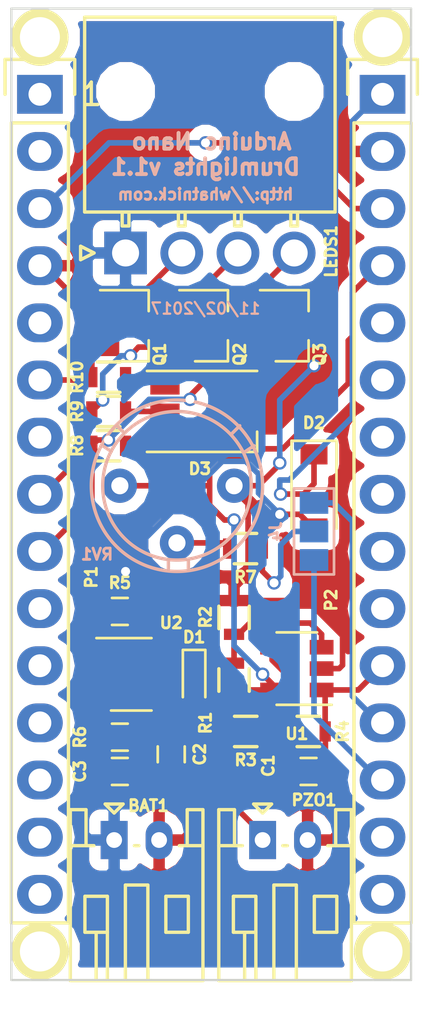
<source format=kicad_pcb>
(kicad_pcb (version 20170123) (host pcbnew "(2017-01-30 revision 9627f06)-makepkg")

  (general
    (links 56)
    (no_connects 0)
    (area 134.337667 66.08375 159.794334 112.9865)
    (thickness 1.6)
    (drawings 23)
    (tracks 196)
    (zones 0)
    (modules 32)
    (nets 48)
  )

  (page A4)
  (title_block
    (date "jeu. 02 avril 2015")
  )

  (layers
    (0 F.Cu signal)
    (31 B.Cu signal)
    (32 B.Adhes user)
    (33 F.Adhes user)
    (34 B.Paste user)
    (35 F.Paste user)
    (36 B.SilkS user)
    (37 F.SilkS user)
    (38 B.Mask user)
    (39 F.Mask user)
    (40 Dwgs.User user)
    (41 Cmts.User user)
    (42 Eco1.User user)
    (43 Eco2.User user)
    (44 Edge.Cuts user)
    (45 Margin user)
    (46 B.CrtYd user)
    (47 F.CrtYd user)
    (48 B.Fab user hide)
    (49 F.Fab user hide)
  )

  (setup
    (last_trace_width 0.25)
    (trace_clearance 0.2)
    (zone_clearance 0.508)
    (zone_45_only no)
    (trace_min 0.2)
    (segment_width 0.15)
    (edge_width 0.1)
    (via_size 0.6)
    (via_drill 0.4)
    (via_min_size 0.4)
    (via_min_drill 0.3)
    (uvia_size 0.3)
    (uvia_drill 0.1)
    (uvias_allowed no)
    (uvia_min_size 0.2)
    (uvia_min_drill 0.1)
    (pcb_text_width 0.3)
    (pcb_text_size 1.5 1.5)
    (mod_edge_width 0.15)
    (mod_text_size 0.5 0.5)
    (mod_text_width 0.125)
    (pad_size 1.5 1.5)
    (pad_drill 0.6)
    (pad_to_mask_clearance 0)
    (aux_axis_origin 138.176 110.617)
    (visible_elements 7FFFFFFF)
    (pcbplotparams
      (layerselection 0x010f0_ffffffff)
      (usegerberextensions true)
      (excludeedgelayer true)
      (linewidth 0.100000)
      (plotframeref false)
      (viasonmask false)
      (mode 1)
      (useauxorigin false)
      (hpglpennumber 1)
      (hpglpenspeed 20)
      (hpglpendiameter 15)
      (psnegative false)
      (psa4output false)
      (plotreference true)
      (plotvalue true)
      (plotinvisibletext false)
      (padsonsilk false)
      (subtractmaskfromsilk true)
      (outputformat 1)
      (mirror false)
      (drillshape 0)
      (scaleselection 1)
      (outputdirectory ""))
  )

  (net 0 "")
  (net 1 "/1(Tx)")
  (net 2 "/0(Rx)")
  (net 3 /Reset)
  (net 4 GND)
  (net 5 /2)
  (net 6 "/3(**)")
  (net 7 /4)
  (net 8 "/5(**)")
  (net 9 "/6(**)")
  (net 10 /7)
  (net 11 /8)
  (net 12 "/9(**)")
  (net 13 "/10(**/SS)")
  (net 14 "/11(**/MISO)")
  (net 15 "/12(MOSI)")
  (net 16 /Vin)
  (net 17 +5V)
  (net 18 /A7)
  (net 19 /A6)
  (net 20 /A5)
  (net 21 /A4)
  (net 22 /A3)
  (net 23 /A2)
  (net 24 /A0)
  (net 25 /AREF)
  (net 26 "/13(SCK)")
  (net 27 "Net-(P3-Pad1)")
  (net 28 "Net-(P4-Pad1)")
  (net 29 "Net-(P5-Pad1)")
  (net 30 "Net-(P6-Pad1)")
  (net 31 +3V3)
  (net 32 "Net-(R1-Pad2)")
  (net 33 "Net-(C1-Pad2)")
  (net 34 /A1)
  (net 35 "Net-(R6-Pad1)")
  (net 36 +BATT)
  (net 37 "Net-(R5-Pad1)")
  (net 38 "Net-(D1-Pad1)")
  (net 39 "Net-(R7-Pad2)")
  (net 40 "Net-(J4-Pad2)")
  (net 41 "Net-(D3-Pad4)")
  (net 42 "Net-(D3-Pad6)")
  (net 43 "Net-(D3-Pad5)")
  (net 44 "Net-(LEDS1-Pad2)")
  (net 45 "Net-(LEDS1-Pad4)")
  (net 46 "Net-(LEDS1-Pad3)")
  (net 47 "Net-(PZO1-Pad1)")

  (net_class Default "This is the default net class."
    (clearance 0.2)
    (trace_width 0.25)
    (via_dia 0.6)
    (via_drill 0.4)
    (uvia_dia 0.3)
    (uvia_drill 0.1)
    (add_net +3V3)
    (add_net +5V)
    (add_net +BATT)
    (add_net "/0(Rx)")
    (add_net "/1(Tx)")
    (add_net "/10(**/SS)")
    (add_net "/11(**/MISO)")
    (add_net "/12(MOSI)")
    (add_net "/13(SCK)")
    (add_net /2)
    (add_net "/3(**)")
    (add_net /4)
    (add_net "/5(**)")
    (add_net "/6(**)")
    (add_net /7)
    (add_net /8)
    (add_net "/9(**)")
    (add_net /A0)
    (add_net /A1)
    (add_net /A2)
    (add_net /A3)
    (add_net /A4)
    (add_net /A5)
    (add_net /A6)
    (add_net /A7)
    (add_net /AREF)
    (add_net /Reset)
    (add_net /Vin)
    (add_net GND)
    (add_net "Net-(C1-Pad2)")
    (add_net "Net-(D1-Pad1)")
    (add_net "Net-(D3-Pad4)")
    (add_net "Net-(D3-Pad5)")
    (add_net "Net-(D3-Pad6)")
    (add_net "Net-(J4-Pad2)")
    (add_net "Net-(LEDS1-Pad2)")
    (add_net "Net-(LEDS1-Pad3)")
    (add_net "Net-(LEDS1-Pad4)")
    (add_net "Net-(P3-Pad1)")
    (add_net "Net-(P4-Pad1)")
    (add_net "Net-(P5-Pad1)")
    (add_net "Net-(P6-Pad1)")
    (add_net "Net-(PZO1-Pad1)")
    (add_net "Net-(R1-Pad2)")
    (add_net "Net-(R5-Pad1)")
    (add_net "Net-(R6-Pad1)")
    (add_net "Net-(R7-Pad2)")
  )

  (module Connectors_JST:JST_PH_S2B-PH-K_02x2.00mm_Angled (layer F.Cu) (tedit 56B07786) (tstamp 589E4F7F)
    (at 149.352 104.394)
    (descr http://www.jst-mfg.com/product/pdf/eng/ePH.pdf)
    (tags "connector jst ph")
    (path /5891CEB4)
    (fp_text reference PZO1 (at 2.286 -1.778) (layer F.SilkS)
      (effects (font (size 0.5 0.5) (thickness 0.125)))
    )
    (fp_text value CONN_01X02 (at 1 7.5) (layer F.Fab)
      (effects (font (size 1 1) (thickness 0.15)))
    )
    (fp_line (start 0.5 6.25) (end 0.5 2) (layer F.SilkS) (width 0.15))
    (fp_line (start 0.5 2) (end 1.5 2) (layer F.SilkS) (width 0.15))
    (fp_line (start 1.5 2) (end 1.5 6.25) (layer F.SilkS) (width 0.15))
    (fp_line (start -0.9 0.25) (end -1.25 0.25) (layer F.SilkS) (width 0.15))
    (fp_line (start -1.25 0.25) (end -1.25 -1.35) (layer F.SilkS) (width 0.15))
    (fp_line (start -1.25 -1.35) (end -1.95 -1.35) (layer F.SilkS) (width 0.15))
    (fp_line (start -1.95 -1.35) (end -1.95 6.25) (layer F.SilkS) (width 0.15))
    (fp_line (start -1.95 6.25) (end 3.95 6.25) (layer F.SilkS) (width 0.15))
    (fp_line (start 3.95 6.25) (end 3.95 -1.35) (layer F.SilkS) (width 0.15))
    (fp_line (start 3.95 -1.35) (end 3.25 -1.35) (layer F.SilkS) (width 0.15))
    (fp_line (start 3.25 -1.35) (end 3.25 0.25) (layer F.SilkS) (width 0.15))
    (fp_line (start 3.25 0.25) (end 2.9 0.25) (layer F.SilkS) (width 0.15))
    (fp_line (start 0 -1.2) (end -0.4 -1.6) (layer F.SilkS) (width 0.15))
    (fp_line (start -0.4 -1.6) (end 0.4 -1.6) (layer F.SilkS) (width 0.15))
    (fp_line (start 0.4 -1.6) (end 0 -1.2) (layer F.SilkS) (width 0.15))
    (fp_line (start -1.95 0.25) (end -1.25 0.25) (layer F.SilkS) (width 0.15))
    (fp_line (start 3.95 0.25) (end 3.25 0.25) (layer F.SilkS) (width 0.15))
    (fp_line (start -1.3 2.5) (end -1.3 4.1) (layer F.SilkS) (width 0.15))
    (fp_line (start -1.3 4.1) (end -0.3 4.1) (layer F.SilkS) (width 0.15))
    (fp_line (start -0.3 4.1) (end -0.3 2.5) (layer F.SilkS) (width 0.15))
    (fp_line (start -0.3 2.5) (end -1.3 2.5) (layer F.SilkS) (width 0.15))
    (fp_line (start 3.3 2.5) (end 3.3 4.1) (layer F.SilkS) (width 0.15))
    (fp_line (start 3.3 4.1) (end 2.3 4.1) (layer F.SilkS) (width 0.15))
    (fp_line (start 2.3 4.1) (end 2.3 2.5) (layer F.SilkS) (width 0.15))
    (fp_line (start 2.3 2.5) (end 3.3 2.5) (layer F.SilkS) (width 0.15))
    (fp_line (start -0.3 4.1) (end -0.3 6.25) (layer F.SilkS) (width 0.15))
    (fp_line (start -0.8 4.1) (end -0.8 6.25) (layer F.SilkS) (width 0.15))
    (fp_line (start 0.9 0.25) (end 1.1 0.25) (layer F.SilkS) (width 0.15))
    (fp_line (start -2.45 6.75) (end -2.45 -1.85) (layer F.CrtYd) (width 0.05))
    (fp_line (start -2.45 -1.85) (end 4.45 -1.85) (layer F.CrtYd) (width 0.05))
    (fp_line (start 4.45 -1.85) (end 4.45 6.75) (layer F.CrtYd) (width 0.05))
    (fp_line (start 4.45 6.75) (end -2.45 6.75) (layer F.CrtYd) (width 0.05))
    (pad 1 thru_hole rect (at 0 0) (size 1.2 1.7) (drill 0.7) (layers *.Cu *.Mask)
      (net 47 "Net-(PZO1-Pad1)"))
    (pad 2 thru_hole oval (at 2 0) (size 1.2 1.7) (drill 0.7) (layers *.Cu *.Mask)
      (net 4 GND))
    (model :Git3D:Connectors_JST.3dshapes/JST_PH_S2B-PH-K_02x2.00mm_Angled.wrl
      (at (xyz 0.3405511811023622 0.1062992125984252 0.2362204724409449))
      (scale (xyz 0.39 0.39 0.39))
      (rotate (xyz -90 0 0))
    )
  )

  (module Connectors_JST:JST_PH_S2B-PH-K_02x2.00mm_Angled (layer F.Cu) (tedit 56B07786) (tstamp 589E4F0F)
    (at 142.748 104.394)
    (descr http://www.jst-mfg.com/product/pdf/eng/ePH.pdf)
    (tags "connector jst ph")
    (path /5891D166)
    (fp_text reference BAT1 (at 1.524 -1.524) (layer F.SilkS)
      (effects (font (size 0.5 0.5) (thickness 0.125)))
    )
    (fp_text value CONN_01X02 (at 1 7.5) (layer F.Fab)
      (effects (font (size 1 1) (thickness 0.15)))
    )
    (fp_line (start 4.45 6.75) (end -2.45 6.75) (layer F.CrtYd) (width 0.05))
    (fp_line (start 4.45 -1.85) (end 4.45 6.75) (layer F.CrtYd) (width 0.05))
    (fp_line (start -2.45 -1.85) (end 4.45 -1.85) (layer F.CrtYd) (width 0.05))
    (fp_line (start -2.45 6.75) (end -2.45 -1.85) (layer F.CrtYd) (width 0.05))
    (fp_line (start 0.9 0.25) (end 1.1 0.25) (layer F.SilkS) (width 0.15))
    (fp_line (start -0.8 4.1) (end -0.8 6.25) (layer F.SilkS) (width 0.15))
    (fp_line (start -0.3 4.1) (end -0.3 6.25) (layer F.SilkS) (width 0.15))
    (fp_line (start 2.3 2.5) (end 3.3 2.5) (layer F.SilkS) (width 0.15))
    (fp_line (start 2.3 4.1) (end 2.3 2.5) (layer F.SilkS) (width 0.15))
    (fp_line (start 3.3 4.1) (end 2.3 4.1) (layer F.SilkS) (width 0.15))
    (fp_line (start 3.3 2.5) (end 3.3 4.1) (layer F.SilkS) (width 0.15))
    (fp_line (start -0.3 2.5) (end -1.3 2.5) (layer F.SilkS) (width 0.15))
    (fp_line (start -0.3 4.1) (end -0.3 2.5) (layer F.SilkS) (width 0.15))
    (fp_line (start -1.3 4.1) (end -0.3 4.1) (layer F.SilkS) (width 0.15))
    (fp_line (start -1.3 2.5) (end -1.3 4.1) (layer F.SilkS) (width 0.15))
    (fp_line (start 3.95 0.25) (end 3.25 0.25) (layer F.SilkS) (width 0.15))
    (fp_line (start -1.95 0.25) (end -1.25 0.25) (layer F.SilkS) (width 0.15))
    (fp_line (start 0.4 -1.6) (end 0 -1.2) (layer F.SilkS) (width 0.15))
    (fp_line (start -0.4 -1.6) (end 0.4 -1.6) (layer F.SilkS) (width 0.15))
    (fp_line (start 0 -1.2) (end -0.4 -1.6) (layer F.SilkS) (width 0.15))
    (fp_line (start 3.25 0.25) (end 2.9 0.25) (layer F.SilkS) (width 0.15))
    (fp_line (start 3.25 -1.35) (end 3.25 0.25) (layer F.SilkS) (width 0.15))
    (fp_line (start 3.95 -1.35) (end 3.25 -1.35) (layer F.SilkS) (width 0.15))
    (fp_line (start 3.95 6.25) (end 3.95 -1.35) (layer F.SilkS) (width 0.15))
    (fp_line (start -1.95 6.25) (end 3.95 6.25) (layer F.SilkS) (width 0.15))
    (fp_line (start -1.95 -1.35) (end -1.95 6.25) (layer F.SilkS) (width 0.15))
    (fp_line (start -1.25 -1.35) (end -1.95 -1.35) (layer F.SilkS) (width 0.15))
    (fp_line (start -1.25 0.25) (end -1.25 -1.35) (layer F.SilkS) (width 0.15))
    (fp_line (start -0.9 0.25) (end -1.25 0.25) (layer F.SilkS) (width 0.15))
    (fp_line (start 1.5 2) (end 1.5 6.25) (layer F.SilkS) (width 0.15))
    (fp_line (start 0.5 2) (end 1.5 2) (layer F.SilkS) (width 0.15))
    (fp_line (start 0.5 6.25) (end 0.5 2) (layer F.SilkS) (width 0.15))
    (pad 2 thru_hole oval (at 2 0) (size 1.2 1.7) (drill 0.7) (layers *.Cu *.Mask)
      (net 4 GND))
    (pad 1 thru_hole rect (at 0 0) (size 1.2 1.7) (drill 0.7) (layers *.Cu *.Mask)
      (net 36 +BATT))
    (model :Git3D:Connectors_JST.3dshapes/JST_PH_S2B-PH-K_02x2.00mm_Angled.wrl
      (at (xyz 0.3405511811023622 0.1062992125984252 0.2362204724409449))
      (scale (xyz 0.39 0.39 0.39))
      (rotate (xyz -90 0 0))
    )
  )

  (module Connectors_Molex:Molex_NanoFit_1x04x2.50mm_Angled (layer F.Cu) (tedit 5757C4B3) (tstamp 589E4E99)
    (at 143.256 78.3)
    (descr "Molex Nano Fit, single row, side entry, through hole, Datasheet:http://www.molex.com/pdm_docs/sd/1053131208_sd.pdf")
    (tags "connector molex nano-fit 105313-xx08")
    (path /5891D19E)
    (fp_text reference LEDS1 (at 9.144 -0.068 90) (layer F.SilkS)
      (effects (font (size 0.5 0.5) (thickness 0.125)))
    )
    (fp_text value CONN_01X04 (at 3.75 3.5) (layer F.Fab)
      (effects (font (size 1 1) (thickness 0.15)))
    )
    (fp_line (start -2 -0.3) (end -1.4 0) (layer F.SilkS) (width 0.15))
    (fp_line (start -2 0.3) (end -2 -0.3) (layer F.SilkS) (width 0.15))
    (fp_line (start -1.4 0) (end -2 0.3) (layer F.SilkS) (width 0.15))
    (fp_line (start 9.7 -10.85) (end -2.2 -10.85) (layer F.CrtYd) (width 0.05))
    (fp_line (start 9.7 1.4) (end 9.7 -10.85) (layer F.CrtYd) (width 0.05))
    (fp_line (start -2.2 1.4) (end 9.7 1.4) (layer F.CrtYd) (width 0.05))
    (fp_line (start -2.2 -10.85) (end -2.2 1.4) (layer F.CrtYd) (width 0.05))
    (fp_line (start 7.65 -1.82) (end 7.35 -1.82) (layer F.SilkS) (width 0.15))
    (fp_line (start 7.65 -1.2) (end 7.65 -1.82) (layer F.SilkS) (width 0.15))
    (fp_line (start 7.35 -1.2) (end 7.65 -1.2) (layer F.SilkS) (width 0.15))
    (fp_line (start 7.35 -1.82) (end 7.35 -1.2) (layer F.SilkS) (width 0.15))
    (fp_line (start 5.15 -1.82) (end 4.85 -1.82) (layer F.SilkS) (width 0.15))
    (fp_line (start 5.15 -1.2) (end 5.15 -1.82) (layer F.SilkS) (width 0.15))
    (fp_line (start 4.85 -1.2) (end 5.15 -1.2) (layer F.SilkS) (width 0.15))
    (fp_line (start 4.85 -1.82) (end 4.85 -1.2) (layer F.SilkS) (width 0.15))
    (fp_line (start 2.65 -1.82) (end 2.35 -1.82) (layer F.SilkS) (width 0.15))
    (fp_line (start 2.65 -1.2) (end 2.65 -1.82) (layer F.SilkS) (width 0.15))
    (fp_line (start 2.35 -1.2) (end 2.65 -1.2) (layer F.SilkS) (width 0.15))
    (fp_line (start 2.35 -1.82) (end 2.35 -1.2) (layer F.SilkS) (width 0.15))
    (fp_line (start 0.15 -1.82) (end -0.15 -1.82) (layer F.SilkS) (width 0.15))
    (fp_line (start 0.15 -1.2) (end 0.15 -1.82) (layer F.SilkS) (width 0.15))
    (fp_line (start -0.15 -1.2) (end 0.15 -1.2) (layer F.SilkS) (width 0.15))
    (fp_line (start -0.15 -1.82) (end -0.15 -1.2) (layer F.SilkS) (width 0.15))
    (fp_line (start 9.32 -10.48) (end -1.82 -10.48) (layer F.SilkS) (width 0.15))
    (fp_line (start 9.32 -1.82) (end 9.32 -10.48) (layer F.SilkS) (width 0.15))
    (fp_line (start -1.82 -1.82) (end 9.32 -1.82) (layer F.SilkS) (width 0.15))
    (fp_line (start -1.82 -10.48) (end -1.82 -1.82) (layer F.SilkS) (width 0.15))
    (fp_line (start 9.22 -10.38) (end -1.72 -10.38) (layer F.Fab) (width 0.05))
    (fp_line (start 9.22 -1.92) (end 9.22 -10.38) (layer F.Fab) (width 0.05))
    (fp_line (start -1.72 -1.92) (end 9.22 -1.92) (layer F.Fab) (width 0.05))
    (fp_line (start -1.72 -10.38) (end -1.72 -1.92) (layer F.Fab) (width 0.05))
    (pad "" np_thru_hole circle (at 7.5 -7.18) (size 1.6 1.6) (drill 1.6) (layers *.Cu))
    (pad "" np_thru_hole circle (at 0 -7.18) (size 1.6 1.6) (drill 1.6) (layers *.Cu))
    (pad 4 thru_hole circle (at 7.5 0) (size 1.9 1.9) (drill 1.2) (layers *.Cu *.Mask)
      (net 45 "Net-(LEDS1-Pad4)"))
    (pad 3 thru_hole circle (at 5 0) (size 1.9 1.9) (drill 1.2) (layers *.Cu *.Mask)
      (net 46 "Net-(LEDS1-Pad3)"))
    (pad 2 thru_hole circle (at 2.5 0) (size 1.9 1.9) (drill 1.2) (layers *.Cu *.Mask)
      (net 44 "Net-(LEDS1-Pad2)"))
    (pad 1 thru_hole rect (at 0 0) (size 1.9 1.9) (drill 1.2) (layers *.Cu *.Mask)
      (net 36 +BATT))
    (model :Git3D:Connectors_Molex.3dshapes/Connectors_Molex.3dshapesMolex_NanoFit_1x04x2.50mm_Angled.stp
      (at (xyz 0.1476377952755906 0.2362204724409449 0.07480314960629922))
      (scale (xyz 1 1 1))
      (rotate (xyz -90 0 180))
    )
  )

  (module Resistors_SMD:R_0603 (layer F.Cu) (tedit 58307A47) (tstamp 589CA682)
    (at 142.506 86.868)
    (descr "Resistor SMD 0603, reflow soldering, Vishay (see dcrcw.pdf)")
    (tags "resistor 0603")
    (path /589C7DCA)
    (attr smd)
    (fp_text reference R8 (at -1.409 0 90) (layer F.SilkS)
      (effects (font (size 0.5 0.5) (thickness 0.125)))
    )
    (fp_text value R (at 0 1.9) (layer F.Fab)
      (effects (font (size 1 1) (thickness 0.15)))
    )
    (fp_line (start -0.5 -0.675) (end 0.5 -0.675) (layer F.SilkS) (width 0.15))
    (fp_line (start 0.5 0.675) (end -0.5 0.675) (layer F.SilkS) (width 0.15))
    (fp_line (start 1.3 -0.8) (end 1.3 0.8) (layer F.CrtYd) (width 0.05))
    (fp_line (start -1.3 -0.8) (end -1.3 0.8) (layer F.CrtYd) (width 0.05))
    (fp_line (start -1.3 0.8) (end 1.3 0.8) (layer F.CrtYd) (width 0.05))
    (fp_line (start -1.3 -0.8) (end 1.3 -0.8) (layer F.CrtYd) (width 0.05))
    (fp_line (start -0.8 -0.4) (end 0.8 -0.4) (layer F.Fab) (width 0.1))
    (fp_line (start 0.8 -0.4) (end 0.8 0.4) (layer F.Fab) (width 0.1))
    (fp_line (start 0.8 0.4) (end -0.8 0.4) (layer F.Fab) (width 0.1))
    (fp_line (start -0.8 0.4) (end -0.8 -0.4) (layer F.Fab) (width 0.1))
    (pad 2 smd rect (at 0.75 0) (size 0.5 0.9) (layers F.Cu F.Paste F.Mask)
      (net 42 "Net-(D3-Pad6)"))
    (pad 1 smd rect (at -0.75 0) (size 0.5 0.9) (layers F.Cu F.Paste F.Mask)
      (net 9 "/6(**)"))
    (model Resistors_SMD.3dshapes/R_0603.wrl
      (at (xyz 0 0 0))
      (scale (xyz 1 1 1))
      (rotate (xyz 0 0 0))
    )
  )

  (module Resistors_SMD:R_0603 (layer F.Cu) (tedit 58307A47) (tstamp 589CA672)
    (at 142.506 83.82)
    (descr "Resistor SMD 0603, reflow soldering, Vishay (see dcrcw.pdf)")
    (tags "resistor 0603")
    (path /589C79B9)
    (attr smd)
    (fp_text reference R10 (at -1.409 0 90) (layer F.SilkS)
      (effects (font (size 0.5 0.5) (thickness 0.125)))
    )
    (fp_text value R (at 0 1.9) (layer F.Fab)
      (effects (font (size 1 1) (thickness 0.15)))
    )
    (fp_line (start -0.8 0.4) (end -0.8 -0.4) (layer F.Fab) (width 0.1))
    (fp_line (start 0.8 0.4) (end -0.8 0.4) (layer F.Fab) (width 0.1))
    (fp_line (start 0.8 -0.4) (end 0.8 0.4) (layer F.Fab) (width 0.1))
    (fp_line (start -0.8 -0.4) (end 0.8 -0.4) (layer F.Fab) (width 0.1))
    (fp_line (start -1.3 -0.8) (end 1.3 -0.8) (layer F.CrtYd) (width 0.05))
    (fp_line (start -1.3 0.8) (end 1.3 0.8) (layer F.CrtYd) (width 0.05))
    (fp_line (start -1.3 -0.8) (end -1.3 0.8) (layer F.CrtYd) (width 0.05))
    (fp_line (start 1.3 -0.8) (end 1.3 0.8) (layer F.CrtYd) (width 0.05))
    (fp_line (start 0.5 0.675) (end -0.5 0.675) (layer F.SilkS) (width 0.15))
    (fp_line (start -0.5 -0.675) (end 0.5 -0.675) (layer F.SilkS) (width 0.15))
    (pad 1 smd rect (at -0.75 0) (size 0.5 0.9) (layers F.Cu F.Paste F.Mask)
      (net 6 "/3(**)"))
    (pad 2 smd rect (at 0.75 0) (size 0.5 0.9) (layers F.Cu F.Paste F.Mask)
      (net 41 "Net-(D3-Pad4)"))
    (model Resistors_SMD.3dshapes/R_0603.wrl
      (at (xyz 0 0 0))
      (scale (xyz 1 1 1))
      (rotate (xyz 0 0 0))
    )
  )

  (module Resistors_SMD:R_0603 (layer F.Cu) (tedit 58307A47) (tstamp 589CA662)
    (at 142.506 85.344)
    (descr "Resistor SMD 0603, reflow soldering, Vishay (see dcrcw.pdf)")
    (tags "resistor 0603")
    (path /589C7BFE)
    (attr smd)
    (fp_text reference R9 (at -1.409 0 90) (layer F.SilkS)
      (effects (font (size 0.5 0.5) (thickness 0.125)))
    )
    (fp_text value R (at 0 1.9) (layer F.Fab)
      (effects (font (size 1 1) (thickness 0.15)))
    )
    (fp_line (start -0.5 -0.675) (end 0.5 -0.675) (layer F.SilkS) (width 0.15))
    (fp_line (start 0.5 0.675) (end -0.5 0.675) (layer F.SilkS) (width 0.15))
    (fp_line (start 1.3 -0.8) (end 1.3 0.8) (layer F.CrtYd) (width 0.05))
    (fp_line (start -1.3 -0.8) (end -1.3 0.8) (layer F.CrtYd) (width 0.05))
    (fp_line (start -1.3 0.8) (end 1.3 0.8) (layer F.CrtYd) (width 0.05))
    (fp_line (start -1.3 -0.8) (end 1.3 -0.8) (layer F.CrtYd) (width 0.05))
    (fp_line (start -0.8 -0.4) (end 0.8 -0.4) (layer F.Fab) (width 0.1))
    (fp_line (start 0.8 -0.4) (end 0.8 0.4) (layer F.Fab) (width 0.1))
    (fp_line (start 0.8 0.4) (end -0.8 0.4) (layer F.Fab) (width 0.1))
    (fp_line (start -0.8 0.4) (end -0.8 -0.4) (layer F.Fab) (width 0.1))
    (pad 2 smd rect (at 0.75 0) (size 0.5 0.9) (layers F.Cu F.Paste F.Mask)
      (net 43 "Net-(D3-Pad5)"))
    (pad 1 smd rect (at -0.75 0) (size 0.5 0.9) (layers F.Cu F.Paste F.Mask)
      (net 8 "/5(**)"))
    (model Resistors_SMD.3dshapes/R_0603.wrl
      (at (xyz 0 0 0))
      (scale (xyz 1 1 1))
      (rotate (xyz 0 0 0))
    )
  )

  (module LEDs:LED_RGB_PLCC-6 (layer F.Cu) (tedit 587A6CD4) (tstamp 589C9931)
    (at 146.558 85.344 180)
    (descr "RGB LED PLCC-6")
    (tags "RGB LED PLCC-6")
    (path /589C68FC)
    (attr smd)
    (fp_text reference D3 (at 0 -2.55) (layer F.SilkS)
      (effects (font (size 0.5 0.5) (thickness 0.125)))
    )
    (fp_text value LED_RGB (at 0 2.8 180) (layer F.Fab)
      (effects (font (size 1 1) (thickness 0.15)))
    )
    (fp_line (start 2.35 -1.8) (end -2.55 -1.8) (layer F.SilkS) (width 0.12))
    (fp_line (start -2.55 1.8) (end 2.35 1.8) (layer F.SilkS) (width 0.12))
    (fp_line (start -2.75 -2) (end 2.65 -2) (layer F.CrtYd) (width 0.05))
    (fp_line (start -2.75 2) (end 2.65 2) (layer F.CrtYd) (width 0.05))
    (fp_line (start -2.75 -2) (end -2.75 2) (layer F.CrtYd) (width 0.05))
    (fp_line (start 2.65 -2) (end 2.65 2) (layer F.CrtYd) (width 0.05))
    (fp_line (start -2.55 -1.8) (end -2.55 -0.9) (layer F.SilkS) (width 0.12))
    (fp_line (start 1.7 -1.7) (end -1.7 -1.7) (layer F.Fab) (width 0.1))
    (fp_line (start 1.7 1.7) (end 1.7 -1.7) (layer F.Fab) (width 0.1))
    (fp_line (start -1.7 1.7) (end 1.7 1.7) (layer F.Fab) (width 0.1))
    (fp_line (start -1.7 -1.7) (end -1.7 1.7) (layer F.Fab) (width 0.1))
    (fp_line (start -1.7 -1.1) (end -1.1 -1.7) (layer F.Fab) (width 0.1))
    (pad 6 smd rect (at 1.55 -1.1 270) (size 0.7 1.3) (layers F.Cu F.Paste F.Mask)
      (net 42 "Net-(D3-Pad6)"))
    (pad 5 smd rect (at 1.55 0 270) (size 0.7 1.3) (layers F.Cu F.Paste F.Mask)
      (net 43 "Net-(D3-Pad5)"))
    (pad 4 smd rect (at 1.55 1.1 270) (size 0.7 1.3) (layers F.Cu F.Paste F.Mask)
      (net 41 "Net-(D3-Pad4)"))
    (pad 3 smd rect (at -1.55 1.1 270) (size 0.7 1.3) (layers F.Cu F.Paste F.Mask)
      (net 4 GND))
    (pad 2 smd rect (at -1.55 0 270) (size 0.7 1.3) (layers F.Cu F.Paste F.Mask)
      (net 4 GND))
    (pad 1 smd rect (at -1.55 -1.1 270) (size 0.7 1.3) (layers F.Cu F.Paste F.Mask)
      (net 4 GND))
    (model :Git3D:LEDs.3dshapes/LED_RGB_PLCC-6.wrl
      (at (xyz 0 0 0))
      (scale (xyz 0.2 0.2 0.2))
      (rotate (xyz 0 0 0))
    )
  )

  (module Diodes_SMD:D_SOD-123 (layer F.Cu) (tedit 58645DC7) (tstamp 589A0397)
    (at 151.638 88.9 270)
    (descr SOD-123)
    (tags SOD-123)
    (path /589A5CCB)
    (attr smd)
    (fp_text reference D2 (at -3.048 0) (layer F.SilkS)
      (effects (font (size 0.5 0.5) (thickness 0.125)))
    )
    (fp_text value D_Schottky (at 0 2.1 270) (layer F.Fab)
      (effects (font (size 1 1) (thickness 0.15)))
    )
    (fp_line (start -2.25 -1) (end 1.65 -1) (layer F.SilkS) (width 0.12))
    (fp_line (start -2.25 1) (end 1.65 1) (layer F.SilkS) (width 0.12))
    (fp_line (start -2.35 -1.15) (end -2.35 1.15) (layer F.CrtYd) (width 0.05))
    (fp_line (start 2.35 1.15) (end -2.35 1.15) (layer F.CrtYd) (width 0.05))
    (fp_line (start 2.35 -1.15) (end 2.35 1.15) (layer F.CrtYd) (width 0.05))
    (fp_line (start -2.35 -1.15) (end 2.35 -1.15) (layer F.CrtYd) (width 0.05))
    (fp_line (start -1.4 -0.9) (end 1.4 -0.9) (layer F.Fab) (width 0.1))
    (fp_line (start 1.4 -0.9) (end 1.4 0.9) (layer F.Fab) (width 0.1))
    (fp_line (start 1.4 0.9) (end -1.4 0.9) (layer F.Fab) (width 0.1))
    (fp_line (start -1.4 0.9) (end -1.4 -0.9) (layer F.Fab) (width 0.1))
    (fp_line (start -0.75 0) (end -0.35 0) (layer F.Fab) (width 0.1))
    (fp_line (start -0.35 0) (end -0.35 -0.55) (layer F.Fab) (width 0.1))
    (fp_line (start -0.35 0) (end -0.35 0.55) (layer F.Fab) (width 0.1))
    (fp_line (start -0.35 0) (end 0.25 -0.4) (layer F.Fab) (width 0.1))
    (fp_line (start 0.25 -0.4) (end 0.25 0.4) (layer F.Fab) (width 0.1))
    (fp_line (start 0.25 0.4) (end -0.35 0) (layer F.Fab) (width 0.1))
    (fp_line (start 0.25 0) (end 0.75 0) (layer F.Fab) (width 0.1))
    (fp_line (start -2.25 -1) (end -2.25 1) (layer F.SilkS) (width 0.12))
    (pad 2 smd rect (at 1.65 0 270) (size 0.9 1.2) (layers F.Cu F.Paste F.Mask)
      (net 36 +BATT))
    (pad 1 smd rect (at -1.65 0 270) (size 0.9 1.2) (layers F.Cu F.Paste F.Mask)
      (net 16 /Vin))
    (model :Git3D:Diodes_SMD.3dshapes/SOD-123.wrl
      (at (xyz 0 0 0))
      (scale (xyz 1 1 1))
      (rotate (xyz 0 0 0))
    )
  )

  (module Connect:GS3 (layer B.Cu) (tedit 58613494) (tstamp 5899E0C0)
    (at 151.638 90.678)
    (descr "3-pin solder bridge")
    (tags "solder bridge")
    (path /5899D23E)
    (attr smd)
    (fp_text reference J4 (at -1.7 0 -90) (layer B.SilkS)
      (effects (font (size 0.5 0.5) (thickness 0.125)) (justify mirror))
    )
    (fp_text value GS3 (at 1.8 0 -90) (layer B.Fab)
      (effects (font (size 1 1) (thickness 0.15)) (justify mirror))
    )
    (fp_line (start -0.89 1.91) (end 0.89 1.91) (layer B.SilkS) (width 0.12))
    (fp_line (start 0.89 -1.91) (end 0.89 1.91) (layer B.SilkS) (width 0.12))
    (fp_line (start -0.89 -1.91) (end 0.89 -1.91) (layer B.SilkS) (width 0.12))
    (fp_line (start -0.89 1.91) (end -0.89 -1.91) (layer B.SilkS) (width 0.12))
    (fp_line (start -1.15 -2.15) (end -1.15 2.15) (layer B.CrtYd) (width 0.05))
    (fp_line (start 1.15 -2.15) (end -1.15 -2.15) (layer B.CrtYd) (width 0.05))
    (fp_line (start 1.15 2.15) (end 1.15 -2.15) (layer B.CrtYd) (width 0.05))
    (fp_line (start -1.15 2.15) (end 1.15 2.15) (layer B.CrtYd) (width 0.05))
    (pad 3 smd rect (at 0 -1.27) (size 1.27 0.97) (layers B.Cu B.Paste B.Mask)
      (net 24 /A0))
    (pad 2 smd rect (at 0 0) (size 1.27 0.97) (layers B.Cu B.Paste B.Mask)
      (net 40 "Net-(J4-Pad2)"))
    (pad 1 smd rect (at 0 1.27) (size 1.27 0.97) (layers B.Cu B.Paste B.Mask)
      (net 25 /AREF))
  )

  (module Resistors_SMD:R_0603 (layer F.Cu) (tedit 58307A47) (tstamp 5899D22B)
    (at 148.59 91.44 180)
    (descr "Resistor SMD 0603, reflow soldering, Vishay (see dcrcw.pdf)")
    (tags "resistor 0603")
    (path /5899D0DC)
    (attr smd)
    (fp_text reference R7 (at 0 -1.27 180) (layer F.SilkS)
      (effects (font (size 0.5 0.5) (thickness 0.125)))
    )
    (fp_text value R (at 0 1.9 180) (layer F.Fab)
      (effects (font (size 1 1) (thickness 0.15)))
    )
    (fp_line (start -0.5 -0.675) (end 0.5 -0.675) (layer F.SilkS) (width 0.15))
    (fp_line (start 0.5 0.675) (end -0.5 0.675) (layer F.SilkS) (width 0.15))
    (fp_line (start 1.3 -0.8) (end 1.3 0.8) (layer F.CrtYd) (width 0.05))
    (fp_line (start -1.3 -0.8) (end -1.3 0.8) (layer F.CrtYd) (width 0.05))
    (fp_line (start -1.3 0.8) (end 1.3 0.8) (layer F.CrtYd) (width 0.05))
    (fp_line (start -1.3 -0.8) (end 1.3 -0.8) (layer F.CrtYd) (width 0.05))
    (fp_line (start -0.8 -0.4) (end 0.8 -0.4) (layer F.Fab) (width 0.1))
    (fp_line (start 0.8 -0.4) (end 0.8 0.4) (layer F.Fab) (width 0.1))
    (fp_line (start 0.8 0.4) (end -0.8 0.4) (layer F.Fab) (width 0.1))
    (fp_line (start -0.8 0.4) (end -0.8 -0.4) (layer F.Fab) (width 0.1))
    (pad 2 smd rect (at 0.75 0 180) (size 0.5 0.9) (layers F.Cu F.Paste F.Mask)
      (net 39 "Net-(R7-Pad2)"))
    (pad 1 smd rect (at -0.75 0 180) (size 0.5 0.9) (layers F.Cu F.Paste F.Mask)
      (net 40 "Net-(J4-Pad2)"))
    (model Resistors_SMD.3dshapes/R_0603.wrl
      (at (xyz 0 0 0))
      (scale (xyz 1 1 1))
      (rotate (xyz 0 0 0))
    )
  )

  (module TO_SOT_Packages_SMD:SOT-23-5 (layer F.Cu) (tedit 583F3A3F) (tstamp 5893484C)
    (at 150.876 96.774 180)
    (descr "5-pin SOT23 package")
    (tags SOT-23-5)
    (path /5895E6DE)
    (attr smd)
    (fp_text reference U1 (at 0 -2.9 180) (layer F.SilkS)
      (effects (font (size 0.5 0.5) (thickness 0.125)))
    )
    (fp_text value TLV2771 (at 0 2.9 180) (layer F.Fab)
      (effects (font (size 1 1) (thickness 0.15)))
    )
    (fp_line (start 0.9 -1.55) (end 0.9 1.55) (layer F.Fab) (width 0.1))
    (fp_line (start 0.9 1.55) (end -0.9 1.55) (layer F.Fab) (width 0.1))
    (fp_line (start -0.9 -1.05) (end -0.9 1.55) (layer F.Fab) (width 0.1))
    (fp_line (start 0.9 -1.55) (end -0.4 -1.55) (layer F.Fab) (width 0.1))
    (fp_line (start -0.4 -1.55) (end -0.9 -1.05) (layer F.Fab) (width 0.1))
    (fp_line (start -1.9 1.8) (end -1.9 -1.8) (layer F.CrtYd) (width 0.05))
    (fp_line (start 1.9 1.8) (end -1.9 1.8) (layer F.CrtYd) (width 0.05))
    (fp_line (start 1.9 -1.8) (end 1.9 1.8) (layer F.CrtYd) (width 0.05))
    (fp_line (start -1.9 -1.8) (end 1.9 -1.8) (layer F.CrtYd) (width 0.05))
    (fp_line (start 0.9 -1.61) (end -1.55 -1.61) (layer F.SilkS) (width 0.12))
    (fp_line (start -0.9 1.61) (end 0.9 1.61) (layer F.SilkS) (width 0.12))
    (pad 5 smd rect (at 1.1 -0.95 180) (size 1.06 0.65) (layers F.Cu F.Paste F.Mask)
      (net 17 +5V))
    (pad 4 smd rect (at 1.1 0.95 180) (size 1.06 0.65) (layers F.Cu F.Paste F.Mask)
      (net 33 "Net-(C1-Pad2)"))
    (pad 3 smd rect (at -1.1 0.95 180) (size 1.06 0.65) (layers F.Cu F.Paste F.Mask)
      (net 32 "Net-(R1-Pad2)"))
    (pad 2 smd rect (at -1.1 0 180) (size 1.06 0.65) (layers F.Cu F.Paste F.Mask)
      (net 4 GND))
    (pad 1 smd rect (at -1.1 -0.95 180) (size 1.06 0.65) (layers F.Cu F.Paste F.Mask)
      (net 34 /A1))
    (model TO_SOT_Packages_SMD.3dshapes/SOT-23-5.wrl
      (at (xyz 0 0 0))
      (scale (xyz 1 1 1))
      (rotate (xyz 0 0 0))
    )
  )

  (module Capacitors_SMD:C_0603 (layer F.Cu) (tedit 5415D631) (tstamp 58988EF7)
    (at 145.288 100.584 270)
    (descr "Capacitor SMD 0603, reflow soldering, AVX (see smccp.pdf)")
    (tags "capacitor 0603")
    (path /5898B24F)
    (attr smd)
    (fp_text reference C2 (at 0 -1.27 270) (layer F.SilkS)
      (effects (font (size 0.5 0.5) (thickness 0.125)))
    )
    (fp_text value 4.7uF (at 0 1.9 270) (layer F.Fab)
      (effects (font (size 1 1) (thickness 0.15)))
    )
    (fp_line (start -0.8 0.4) (end -0.8 -0.4) (layer F.Fab) (width 0.1))
    (fp_line (start 0.8 0.4) (end -0.8 0.4) (layer F.Fab) (width 0.1))
    (fp_line (start 0.8 -0.4) (end 0.8 0.4) (layer F.Fab) (width 0.1))
    (fp_line (start -0.8 -0.4) (end 0.8 -0.4) (layer F.Fab) (width 0.1))
    (fp_line (start -1.45 -0.75) (end 1.45 -0.75) (layer F.CrtYd) (width 0.05))
    (fp_line (start -1.45 0.75) (end 1.45 0.75) (layer F.CrtYd) (width 0.05))
    (fp_line (start -1.45 -0.75) (end -1.45 0.75) (layer F.CrtYd) (width 0.05))
    (fp_line (start 1.45 -0.75) (end 1.45 0.75) (layer F.CrtYd) (width 0.05))
    (fp_line (start -0.35 -0.6) (end 0.35 -0.6) (layer F.SilkS) (width 0.12))
    (fp_line (start 0.35 0.6) (end -0.35 0.6) (layer F.SilkS) (width 0.12))
    (pad 1 smd rect (at -0.75 0 270) (size 0.8 0.75) (layers F.Cu F.Paste F.Mask)
      (net 17 +5V))
    (pad 2 smd rect (at 0.75 0 270) (size 0.8 0.75) (layers F.Cu F.Paste F.Mask)
      (net 4 GND))
    (model Capacitors_SMD.3dshapes/C_0603.wrl
      (at (xyz 0 0 0))
      (scale (xyz 1 1 1))
      (rotate (xyz 0 0 0))
    )
  )

  (module Capacitors_SMD:C_0603 (layer F.Cu) (tedit 5415D631) (tstamp 58988EC9)
    (at 143.002 101.346 180)
    (descr "Capacitor SMD 0603, reflow soldering, AVX (see smccp.pdf)")
    (tags "capacitor 0603")
    (path /5898B253)
    (attr smd)
    (fp_text reference C3 (at 1.778 0 270) (layer F.SilkS)
      (effects (font (size 0.5 0.5) (thickness 0.125)))
    )
    (fp_text value 4.7uF (at 0 1.9 180) (layer F.Fab)
      (effects (font (size 1 1) (thickness 0.15)))
    )
    (fp_line (start 0.35 0.6) (end -0.35 0.6) (layer F.SilkS) (width 0.12))
    (fp_line (start -0.35 -0.6) (end 0.35 -0.6) (layer F.SilkS) (width 0.12))
    (fp_line (start 1.45 -0.75) (end 1.45 0.75) (layer F.CrtYd) (width 0.05))
    (fp_line (start -1.45 -0.75) (end -1.45 0.75) (layer F.CrtYd) (width 0.05))
    (fp_line (start -1.45 0.75) (end 1.45 0.75) (layer F.CrtYd) (width 0.05))
    (fp_line (start -1.45 -0.75) (end 1.45 -0.75) (layer F.CrtYd) (width 0.05))
    (fp_line (start -0.8 -0.4) (end 0.8 -0.4) (layer F.Fab) (width 0.1))
    (fp_line (start 0.8 -0.4) (end 0.8 0.4) (layer F.Fab) (width 0.1))
    (fp_line (start 0.8 0.4) (end -0.8 0.4) (layer F.Fab) (width 0.1))
    (fp_line (start -0.8 0.4) (end -0.8 -0.4) (layer F.Fab) (width 0.1))
    (pad 2 smd rect (at 0.75 0 180) (size 0.8 0.75) (layers F.Cu F.Paste F.Mask)
      (net 4 GND))
    (pad 1 smd rect (at -0.75 0 180) (size 0.8 0.75) (layers F.Cu F.Paste F.Mask)
      (net 36 +BATT))
    (model Capacitors_SMD.3dshapes/C_0603.wrl
      (at (xyz 0 0 0))
      (scale (xyz 1 1 1))
      (rotate (xyz 0 0 0))
    )
  )

  (module Capacitors_SMD:C_0603 (layer F.Cu) (tedit 5415D631) (tstamp 58988E9B)
    (at 143.002 99.822 180)
    (descr "Capacitor SMD 0603, reflow soldering, AVX (see smccp.pdf)")
    (tags "capacitor 0603")
    (path /5898B24A)
    (attr smd)
    (fp_text reference R6 (at 1.778 0 270) (layer F.SilkS)
      (effects (font (size 0.5 0.5) (thickness 0.125)))
    )
    (fp_text value 2k (at 0 1.9 180) (layer F.Fab)
      (effects (font (size 1 1) (thickness 0.15)))
    )
    (fp_line (start -0.8 0.4) (end -0.8 -0.4) (layer F.Fab) (width 0.1))
    (fp_line (start 0.8 0.4) (end -0.8 0.4) (layer F.Fab) (width 0.1))
    (fp_line (start 0.8 -0.4) (end 0.8 0.4) (layer F.Fab) (width 0.1))
    (fp_line (start -0.8 -0.4) (end 0.8 -0.4) (layer F.Fab) (width 0.1))
    (fp_line (start -1.45 -0.75) (end 1.45 -0.75) (layer F.CrtYd) (width 0.05))
    (fp_line (start -1.45 0.75) (end 1.45 0.75) (layer F.CrtYd) (width 0.05))
    (fp_line (start -1.45 -0.75) (end -1.45 0.75) (layer F.CrtYd) (width 0.05))
    (fp_line (start 1.45 -0.75) (end 1.45 0.75) (layer F.CrtYd) (width 0.05))
    (fp_line (start -0.35 -0.6) (end 0.35 -0.6) (layer F.SilkS) (width 0.12))
    (fp_line (start 0.35 0.6) (end -0.35 0.6) (layer F.SilkS) (width 0.12))
    (pad 1 smd rect (at -0.75 0 180) (size 0.8 0.75) (layers F.Cu F.Paste F.Mask)
      (net 35 "Net-(R6-Pad1)"))
    (pad 2 smd rect (at 0.75 0 180) (size 0.8 0.75) (layers F.Cu F.Paste F.Mask)
      (net 4 GND))
    (model Capacitors_SMD.3dshapes/C_0603.wrl
      (at (xyz 0 0 0))
      (scale (xyz 1 1 1))
      (rotate (xyz 0 0 0))
    )
  )

  (module Capacitors_SMD:C_0603 (layer F.Cu) (tedit 5415D631) (tstamp 58988E6D)
    (at 143.002 94.234)
    (descr "Capacitor SMD 0603, reflow soldering, AVX (see smccp.pdf)")
    (tags "capacitor 0603")
    (path /5898B248)
    (attr smd)
    (fp_text reference R5 (at 0 -1.27) (layer F.SilkS)
      (effects (font (size 0.5 0.5) (thickness 0.125)))
    )
    (fp_text value 470 (at 0 1.9) (layer F.Fab)
      (effects (font (size 1 1) (thickness 0.15)))
    )
    (fp_line (start 0.35 0.6) (end -0.35 0.6) (layer F.SilkS) (width 0.12))
    (fp_line (start -0.35 -0.6) (end 0.35 -0.6) (layer F.SilkS) (width 0.12))
    (fp_line (start 1.45 -0.75) (end 1.45 0.75) (layer F.CrtYd) (width 0.05))
    (fp_line (start -1.45 -0.75) (end -1.45 0.75) (layer F.CrtYd) (width 0.05))
    (fp_line (start -1.45 0.75) (end 1.45 0.75) (layer F.CrtYd) (width 0.05))
    (fp_line (start -1.45 -0.75) (end 1.45 -0.75) (layer F.CrtYd) (width 0.05))
    (fp_line (start -0.8 -0.4) (end 0.8 -0.4) (layer F.Fab) (width 0.1))
    (fp_line (start 0.8 -0.4) (end 0.8 0.4) (layer F.Fab) (width 0.1))
    (fp_line (start 0.8 0.4) (end -0.8 0.4) (layer F.Fab) (width 0.1))
    (fp_line (start -0.8 0.4) (end -0.8 -0.4) (layer F.Fab) (width 0.1))
    (pad 2 smd rect (at 0.75 0) (size 0.8 0.75) (layers F.Cu F.Paste F.Mask)
      (net 38 "Net-(D1-Pad1)"))
    (pad 1 smd rect (at -0.75 0) (size 0.8 0.75) (layers F.Cu F.Paste F.Mask)
      (net 37 "Net-(R5-Pad1)"))
    (model Capacitors_SMD.3dshapes/C_0603.wrl
      (at (xyz 0 0 0))
      (scale (xyz 1 1 1))
      (rotate (xyz 0 0 0))
    )
  )

  (module LEDs:LED_0603 (layer F.Cu) (tedit 57FE93A5) (tstamp 58988D33)
    (at 146.304 97.244 270)
    (descr "LED 0603 smd package")
    (tags "LED led 0603 SMD smd SMT smt smdled SMDLED smtled SMTLED")
    (path /5898B249)
    (attr smd)
    (fp_text reference D1 (at -1.867 0) (layer F.SilkS)
      (effects (font (size 0.5 0.5) (thickness 0.125)))
    )
    (fp_text value LED (at 0 1.35 270) (layer F.Fab)
      (effects (font (size 1 1) (thickness 0.15)))
    )
    (fp_line (start -1.45 -0.65) (end 1.45 -0.65) (layer F.CrtYd) (width 0.05))
    (fp_line (start -1.45 0.65) (end -1.45 -0.65) (layer F.CrtYd) (width 0.05))
    (fp_line (start 1.45 0.65) (end -1.45 0.65) (layer F.CrtYd) (width 0.05))
    (fp_line (start 1.45 -0.65) (end 1.45 0.65) (layer F.CrtYd) (width 0.05))
    (fp_line (start -1.3 -0.5) (end 0.8 -0.5) (layer F.SilkS) (width 0.12))
    (fp_line (start -1.3 0.5) (end 0.8 0.5) (layer F.SilkS) (width 0.12))
    (fp_line (start -0.8 0.4) (end -0.8 -0.4) (layer F.Fab) (width 0.1))
    (fp_line (start -0.8 -0.4) (end 0.8 -0.4) (layer F.Fab) (width 0.1))
    (fp_line (start 0.8 -0.4) (end 0.8 0.4) (layer F.Fab) (width 0.1))
    (fp_line (start 0.8 0.4) (end -0.8 0.4) (layer F.Fab) (width 0.1))
    (fp_line (start 0.15 -0.2) (end 0.15 0.2) (layer F.Fab) (width 0.1))
    (fp_line (start 0.15 0.2) (end -0.15 0) (layer F.Fab) (width 0.1))
    (fp_line (start -0.15 0) (end 0.15 -0.2) (layer F.Fab) (width 0.1))
    (fp_line (start -0.2 -0.2) (end -0.2 0.2) (layer F.Fab) (width 0.1))
    (fp_line (start -1.3 -0.5) (end -1.3 0.5) (layer F.SilkS) (width 0.12))
    (pad 1 smd rect (at -0.8 0 90) (size 0.8 0.8) (layers F.Cu F.Paste F.Mask)
      (net 38 "Net-(D1-Pad1)"))
    (pad 2 smd rect (at 0.8 0 90) (size 0.8 0.8) (layers F.Cu F.Paste F.Mask)
      (net 17 +5V))
    (model LEDs.3dshapes/LED_0603.wrl
      (at (xyz 0 0 0))
      (scale (xyz 1 1 1))
      (rotate (xyz 0 0 180))
    )
  )

  (module TO_SOT_Packages_SMD:SOT-23-5 (layer F.Cu) (tedit 5883B1A6) (tstamp 58988B38)
    (at 143.51 97.028)
    (descr "5-pin SOT23 package")
    (tags SOT-23-5)
    (path /5898B250)
    (attr smd)
    (fp_text reference U2 (at 1.778 -2.286) (layer F.SilkS)
      (effects (font (size 0.5 0.5) (thickness 0.125)))
    )
    (fp_text value MCP73831 (at 0 2.9) (layer F.Fab)
      (effects (font (size 1 1) (thickness 0.15)))
    )
    (fp_line (start 0.9 -1.55) (end 0.9 1.55) (layer F.Fab) (width 0.1))
    (fp_line (start 0.9 1.55) (end -0.9 1.55) (layer F.Fab) (width 0.1))
    (fp_line (start -0.9 -0.9) (end -0.9 1.55) (layer F.Fab) (width 0.1))
    (fp_line (start 0.9 -1.55) (end -0.25 -1.55) (layer F.Fab) (width 0.1))
    (fp_line (start -0.9 -0.9) (end -0.25 -1.55) (layer F.Fab) (width 0.1))
    (fp_line (start -1.9 1.8) (end -1.9 -1.8) (layer F.CrtYd) (width 0.05))
    (fp_line (start 1.9 1.8) (end -1.9 1.8) (layer F.CrtYd) (width 0.05))
    (fp_line (start 1.9 -1.8) (end 1.9 1.8) (layer F.CrtYd) (width 0.05))
    (fp_line (start -1.9 -1.8) (end 1.9 -1.8) (layer F.CrtYd) (width 0.05))
    (fp_line (start 0.9 -1.61) (end -1.55 -1.61) (layer F.SilkS) (width 0.12))
    (fp_line (start -0.9 1.61) (end 0.9 1.61) (layer F.SilkS) (width 0.12))
    (pad 5 smd rect (at 1.1 -0.95) (size 1.06 0.65) (layers F.Cu F.Paste F.Mask)
      (net 35 "Net-(R6-Pad1)"))
    (pad 4 smd rect (at 1.1 0.95) (size 1.06 0.65) (layers F.Cu F.Paste F.Mask)
      (net 17 +5V))
    (pad 3 smd rect (at -1.1 0.95) (size 1.06 0.65) (layers F.Cu F.Paste F.Mask)
      (net 36 +BATT))
    (pad 2 smd rect (at -1.1 0) (size 1.06 0.65) (layers F.Cu F.Paste F.Mask)
      (net 4 GND))
    (pad 1 smd rect (at -1.1 -0.95) (size 1.06 0.65) (layers F.Cu F.Paste F.Mask)
      (net 37 "Net-(R5-Pad1)"))
    (model TO_SOT_Packages_SMD.3dshapes/SOT-23-5.wrl
      (at (xyz 0 0 0))
      (scale (xyz 1 1 1))
      (rotate (xyz 0 0 0))
    )
  )

  (module Capacitors_SMD:C_0603 (layer F.Cu) (tedit 5415D631) (tstamp 58986A94)
    (at 151.396 101.346 180)
    (descr "Capacitor SMD 0603, reflow soldering, AVX (see smccp.pdf)")
    (tags "capacitor 0603")
    (path /58984F99)
    (attr smd)
    (fp_text reference C1 (at 1.79 0.254 270) (layer F.SilkS)
      (effects (font (size 0.5 0.5) (thickness 0.125)))
    )
    (fp_text value C (at 0 1.9 180) (layer F.Fab)
      (effects (font (size 1 1) (thickness 0.15)))
    )
    (fp_line (start 0.35 0.6) (end -0.35 0.6) (layer F.SilkS) (width 0.12))
    (fp_line (start -0.35 -0.6) (end 0.35 -0.6) (layer F.SilkS) (width 0.12))
    (fp_line (start 1.45 -0.75) (end 1.45 0.75) (layer F.CrtYd) (width 0.05))
    (fp_line (start -1.45 -0.75) (end -1.45 0.75) (layer F.CrtYd) (width 0.05))
    (fp_line (start -1.45 0.75) (end 1.45 0.75) (layer F.CrtYd) (width 0.05))
    (fp_line (start -1.45 -0.75) (end 1.45 -0.75) (layer F.CrtYd) (width 0.05))
    (fp_line (start -0.8 -0.4) (end 0.8 -0.4) (layer F.Fab) (width 0.1))
    (fp_line (start 0.8 -0.4) (end 0.8 0.4) (layer F.Fab) (width 0.1))
    (fp_line (start 0.8 0.4) (end -0.8 0.4) (layer F.Fab) (width 0.1))
    (fp_line (start -0.8 0.4) (end -0.8 -0.4) (layer F.Fab) (width 0.1))
    (pad 2 smd rect (at 0.75 0 180) (size 0.8 0.75) (layers F.Cu F.Paste F.Mask)
      (net 33 "Net-(C1-Pad2)"))
    (pad 1 smd rect (at -0.75 0 180) (size 0.8 0.75) (layers F.Cu F.Paste F.Mask)
      (net 34 /A1))
    (model Capacitors_SMD.3dshapes/C_0603.wrl
      (at (xyz 0 0 0))
      (scale (xyz 1 1 1))
      (rotate (xyz 0 0 0))
    )
  )

  (module Resistors_SMD:R_0603 (layer F.Cu) (tedit 58307A47) (tstamp 58985468)
    (at 151.384 99.568 180)
    (descr "Resistor SMD 0603, reflow soldering, Vishay (see dcrcw.pdf)")
    (tags "resistor 0603")
    (path /58985032)
    (attr smd)
    (fp_text reference R4 (at -1.524 0 270) (layer F.SilkS)
      (effects (font (size 0.5 0.5) (thickness 0.125)))
    )
    (fp_text value R (at 0 1.9 180) (layer F.Fab)
      (effects (font (size 1 1) (thickness 0.15)))
    )
    (fp_line (start -0.5 -0.675) (end 0.5 -0.675) (layer F.SilkS) (width 0.15))
    (fp_line (start 0.5 0.675) (end -0.5 0.675) (layer F.SilkS) (width 0.15))
    (fp_line (start 1.3 -0.8) (end 1.3 0.8) (layer F.CrtYd) (width 0.05))
    (fp_line (start -1.3 -0.8) (end -1.3 0.8) (layer F.CrtYd) (width 0.05))
    (fp_line (start -1.3 0.8) (end 1.3 0.8) (layer F.CrtYd) (width 0.05))
    (fp_line (start -1.3 -0.8) (end 1.3 -0.8) (layer F.CrtYd) (width 0.05))
    (fp_line (start -0.8 -0.4) (end 0.8 -0.4) (layer F.Fab) (width 0.1))
    (fp_line (start 0.8 -0.4) (end 0.8 0.4) (layer F.Fab) (width 0.1))
    (fp_line (start 0.8 0.4) (end -0.8 0.4) (layer F.Fab) (width 0.1))
    (fp_line (start -0.8 0.4) (end -0.8 -0.4) (layer F.Fab) (width 0.1))
    (pad 2 smd rect (at 0.75 0 180) (size 0.5 0.9) (layers F.Cu F.Paste F.Mask)
      (net 33 "Net-(C1-Pad2)"))
    (pad 1 smd rect (at -0.75 0 180) (size 0.5 0.9) (layers F.Cu F.Paste F.Mask)
      (net 34 /A1))
    (model Resistors_SMD.3dshapes/R_0603.wrl
      (at (xyz 0 0 0))
      (scale (xyz 1 1 1))
      (rotate (xyz 0 0 0))
    )
  )

  (module Resistors_SMD:R_0603 (layer F.Cu) (tedit 58307A47) (tstamp 58958D06)
    (at 148.602 99.568 180)
    (descr "Resistor SMD 0603, reflow soldering, Vishay (see dcrcw.pdf)")
    (tags "resistor 0603")
    (path /589598BE)
    (attr smd)
    (fp_text reference R3 (at 0 -1.27 180) (layer F.SilkS)
      (effects (font (size 0.5 0.5) (thickness 0.125)))
    )
    (fp_text value R (at 0 1.9 180) (layer F.Fab)
      (effects (font (size 1 1) (thickness 0.15)))
    )
    (fp_line (start -0.5 -0.675) (end 0.5 -0.675) (layer F.SilkS) (width 0.15))
    (fp_line (start 0.5 0.675) (end -0.5 0.675) (layer F.SilkS) (width 0.15))
    (fp_line (start 1.3 -0.8) (end 1.3 0.8) (layer F.CrtYd) (width 0.05))
    (fp_line (start -1.3 -0.8) (end -1.3 0.8) (layer F.CrtYd) (width 0.05))
    (fp_line (start -1.3 0.8) (end 1.3 0.8) (layer F.CrtYd) (width 0.05))
    (fp_line (start -1.3 -0.8) (end 1.3 -0.8) (layer F.CrtYd) (width 0.05))
    (fp_line (start -0.8 -0.4) (end 0.8 -0.4) (layer F.Fab) (width 0.1))
    (fp_line (start 0.8 -0.4) (end 0.8 0.4) (layer F.Fab) (width 0.1))
    (fp_line (start 0.8 0.4) (end -0.8 0.4) (layer F.Fab) (width 0.1))
    (fp_line (start -0.8 0.4) (end -0.8 -0.4) (layer F.Fab) (width 0.1))
    (pad 2 smd rect (at 0.75 0 180) (size 0.5 0.9) (layers F.Cu F.Paste F.Mask)
      (net 47 "Net-(PZO1-Pad1)"))
    (pad 1 smd rect (at -0.75 0 180) (size 0.5 0.9) (layers F.Cu F.Paste F.Mask)
      (net 33 "Net-(C1-Pad2)"))
    (model Resistors_SMD.3dshapes/R_0603.wrl
      (at (xyz 0 0 0))
      (scale (xyz 1 1 1))
      (rotate (xyz 0 0 0))
    )
  )

  (module Resistors_SMD:R_0603 (layer F.Cu) (tedit 58307A47) (tstamp 58958CF6)
    (at 148.082 94.5 90)
    (descr "Resistor SMD 0603, reflow soldering, Vishay (see dcrcw.pdf)")
    (tags "resistor 0603")
    (path /5895984C)
    (attr smd)
    (fp_text reference R2 (at 0.012 -1.27 90) (layer F.SilkS)
      (effects (font (size 0.5 0.5) (thickness 0.125)))
    )
    (fp_text value R (at 0 1.9 90) (layer F.Fab)
      (effects (font (size 1 1) (thickness 0.15)))
    )
    (fp_line (start -0.8 0.4) (end -0.8 -0.4) (layer F.Fab) (width 0.1))
    (fp_line (start 0.8 0.4) (end -0.8 0.4) (layer F.Fab) (width 0.1))
    (fp_line (start 0.8 -0.4) (end 0.8 0.4) (layer F.Fab) (width 0.1))
    (fp_line (start -0.8 -0.4) (end 0.8 -0.4) (layer F.Fab) (width 0.1))
    (fp_line (start -1.3 -0.8) (end 1.3 -0.8) (layer F.CrtYd) (width 0.05))
    (fp_line (start -1.3 0.8) (end 1.3 0.8) (layer F.CrtYd) (width 0.05))
    (fp_line (start -1.3 -0.8) (end -1.3 0.8) (layer F.CrtYd) (width 0.05))
    (fp_line (start 1.3 -0.8) (end 1.3 0.8) (layer F.CrtYd) (width 0.05))
    (fp_line (start 0.5 0.675) (end -0.5 0.675) (layer F.SilkS) (width 0.15))
    (fp_line (start -0.5 -0.675) (end 0.5 -0.675) (layer F.SilkS) (width 0.15))
    (pad 1 smd rect (at -0.75 0 90) (size 0.5 0.9) (layers F.Cu F.Paste F.Mask)
      (net 32 "Net-(R1-Pad2)"))
    (pad 2 smd rect (at 0.75 0 90) (size 0.5 0.9) (layers F.Cu F.Paste F.Mask)
      (net 4 GND))
    (model Resistors_SMD.3dshapes/R_0603.wrl
      (at (xyz 0 0 0))
      (scale (xyz 1 1 1))
      (rotate (xyz 0 0 0))
    )
  )

  (module Resistors_SMD:R_0603 (layer F.Cu) (tedit 58307A47) (tstamp 58958CE6)
    (at 148.082 97.282 90)
    (descr "Resistor SMD 0603, reflow soldering, Vishay (see dcrcw.pdf)")
    (tags "resistor 0603")
    (path /5895949D)
    (attr smd)
    (fp_text reference R1 (at -1.905 -1.27 90) (layer F.SilkS)
      (effects (font (size 0.5 0.5) (thickness 0.125)))
    )
    (fp_text value R (at 0 1.9 90) (layer F.Fab)
      (effects (font (size 1 1) (thickness 0.15)))
    )
    (fp_line (start -0.5 -0.675) (end 0.5 -0.675) (layer F.SilkS) (width 0.15))
    (fp_line (start 0.5 0.675) (end -0.5 0.675) (layer F.SilkS) (width 0.15))
    (fp_line (start 1.3 -0.8) (end 1.3 0.8) (layer F.CrtYd) (width 0.05))
    (fp_line (start -1.3 -0.8) (end -1.3 0.8) (layer F.CrtYd) (width 0.05))
    (fp_line (start -1.3 0.8) (end 1.3 0.8) (layer F.CrtYd) (width 0.05))
    (fp_line (start -1.3 -0.8) (end 1.3 -0.8) (layer F.CrtYd) (width 0.05))
    (fp_line (start -0.8 -0.4) (end 0.8 -0.4) (layer F.Fab) (width 0.1))
    (fp_line (start 0.8 -0.4) (end 0.8 0.4) (layer F.Fab) (width 0.1))
    (fp_line (start 0.8 0.4) (end -0.8 0.4) (layer F.Fab) (width 0.1))
    (fp_line (start -0.8 0.4) (end -0.8 -0.4) (layer F.Fab) (width 0.1))
    (pad 2 smd rect (at 0.75 0 90) (size 0.5 0.9) (layers F.Cu F.Paste F.Mask)
      (net 32 "Net-(R1-Pad2)"))
    (pad 1 smd rect (at -0.75 0 90) (size 0.5 0.9) (layers F.Cu F.Paste F.Mask)
      (net 17 +5V))
    (model Resistors_SMD.3dshapes/R_0603.wrl
      (at (xyz 0 0 0))
      (scale (xyz 1 1 1))
      (rotate (xyz 0 0 0))
    )
  )

  (module Potentiometers:Potentiometer_Bourns_3339P_Angular_ScrewUp (layer B.Cu) (tedit 5899D346) (tstamp 58932EA0)
    (at 143.002 88.646)
    (descr "5/16, Round, Trimming, Potentiometer, Bourns, 3339")
    (tags "5/16, Round, Trimming, Potentiometer, Bourns, 3339")
    (path /5891D808)
    (fp_text reference RV1 (at -1.016 3.048) (layer B.SilkS)
      (effects (font (size 0.5 0.5) (thickness 0.125)) (justify mirror))
    )
    (fp_text value POT (at 8.128 -1.778 180) (layer B.Fab)
      (effects (font (size 1 1) (thickness 0.15)) (justify mirror))
    )
    (fp_circle (center 2.54 0) (end 6.35 0) (layer B.SilkS) (width 0.15))
    (fp_circle (center 2.54 0) (end 5.842 0) (layer B.SilkS) (width 0.15))
    (fp_line (start 2.159 3.302) (end 2.159 3.683) (layer B.SilkS) (width 0.15))
    (fp_line (start 3.048 3.302) (end 3.048 3.683) (layer B.SilkS) (width 0.15))
    (fp_line (start -0.127 -2.667) (end 0.127 -2.413) (layer B.SilkS) (width 0.15))
    (fp_line (start -0.762 -1.778) (end -0.381 -1.524) (layer B.SilkS) (width 0.15))
    (fp_line (start 5.969 -1.778) (end 5.588 -1.524) (layer B.SilkS) (width 0.15))
    (fp_line (start 5.334 -2.667) (end 4.953 -2.286) (layer B.SilkS) (width 0.15))
    (pad 3 thru_hole circle (at 5.08 0) (size 1.524 1.524) (drill 0.762) (layers *.Cu *.Mask)
      (net 4 GND))
    (pad 1 thru_hole circle (at 0 0) (size 1.524 1.524) (drill 0.762) (layers *.Cu *.Mask)
      (net 17 +5V))
    (pad 2 thru_hole circle (at 2.54 2.54) (size 1.524 1.524) (drill 0.762) (layers *.Cu *.Mask)
      (net 39 "Net-(R7-Pad2)"))
    (model Potentiometers.3dshapes/Potentiometer_Bourns_3339P_Angular_ScrewUp.wrl
      (at (xyz 0 0 0))
      (scale (xyz 1 1 1))
      (rotate (xyz 0 0 0))
    )
  )

  (module Socket_Strips:Socket_Strip_Straight_1x15 locked (layer F.Cu) (tedit 0) (tstamp 5891D2C1)
    (at 154.686 71.247 270)
    (descr "Through hole socket strip")
    (tags "socket strip")
    (path /56D740C7)
    (fp_text reference P2 (at 22.479 2.286 270) (layer F.SilkS)
      (effects (font (size 0.5 0.5) (thickness 0.125)))
    )
    (fp_text value Analog (at 0 -3.1 270) (layer F.Fab)
      (effects (font (size 1 1) (thickness 0.15)))
    )
    (fp_line (start -1.75 -1.75) (end -1.75 1.75) (layer F.CrtYd) (width 0.05))
    (fp_line (start 37.35 -1.75) (end 37.35 1.75) (layer F.CrtYd) (width 0.05))
    (fp_line (start -1.75 -1.75) (end 37.35 -1.75) (layer F.CrtYd) (width 0.05))
    (fp_line (start -1.75 1.75) (end 37.35 1.75) (layer F.CrtYd) (width 0.05))
    (fp_line (start 1.27 -1.27) (end 36.83 -1.27) (layer F.SilkS) (width 0.15))
    (fp_line (start 36.83 -1.27) (end 36.83 1.27) (layer F.SilkS) (width 0.15))
    (fp_line (start 36.83 1.27) (end 1.27 1.27) (layer F.SilkS) (width 0.15))
    (fp_line (start -1.55 1.55) (end 0 1.55) (layer F.SilkS) (width 0.15))
    (fp_line (start 1.27 1.27) (end 1.27 -1.27) (layer F.SilkS) (width 0.15))
    (fp_line (start 0 -1.55) (end -1.55 -1.55) (layer F.SilkS) (width 0.15))
    (fp_line (start -1.55 -1.55) (end -1.55 1.55) (layer F.SilkS) (width 0.15))
    (pad 1 thru_hole rect (at 0 0 270) (size 1.7272 2.032) (drill 1.016) (layers *.Cu *.Mask)
      (net 16 /Vin))
    (pad 2 thru_hole oval (at 2.54 0 270) (size 1.7272 2.032) (drill 1.016) (layers *.Cu *.Mask)
      (net 4 GND))
    (pad 3 thru_hole oval (at 5.08 0 270) (size 1.7272 2.032) (drill 1.016) (layers *.Cu *.Mask)
      (net 3 /Reset))
    (pad 4 thru_hole oval (at 7.62 0 270) (size 1.7272 2.032) (drill 1.016) (layers *.Cu *.Mask)
      (net 17 +5V))
    (pad 5 thru_hole oval (at 10.16 0 270) (size 1.7272 2.032) (drill 1.016) (layers *.Cu *.Mask)
      (net 18 /A7))
    (pad 6 thru_hole oval (at 12.7 0 270) (size 1.7272 2.032) (drill 1.016) (layers *.Cu *.Mask)
      (net 19 /A6))
    (pad 7 thru_hole oval (at 15.24 0 270) (size 1.7272 2.032) (drill 1.016) (layers *.Cu *.Mask)
      (net 20 /A5))
    (pad 8 thru_hole oval (at 17.78 0 270) (size 1.7272 2.032) (drill 1.016) (layers *.Cu *.Mask)
      (net 21 /A4))
    (pad 9 thru_hole oval (at 20.32 0 270) (size 1.7272 2.032) (drill 1.016) (layers *.Cu *.Mask)
      (net 22 /A3))
    (pad 10 thru_hole oval (at 22.86 0 270) (size 1.7272 2.032) (drill 1.016) (layers *.Cu *.Mask)
      (net 23 /A2))
    (pad 11 thru_hole oval (at 25.4 0 270) (size 1.7272 2.032) (drill 1.016) (layers *.Cu *.Mask)
      (net 34 /A1))
    (pad 12 thru_hole oval (at 27.94 0 270) (size 1.7272 2.032) (drill 1.016) (layers *.Cu *.Mask)
      (net 24 /A0))
    (pad 13 thru_hole oval (at 30.48 0 270) (size 1.7272 2.032) (drill 1.016) (layers *.Cu *.Mask)
      (net 25 /AREF))
    (pad 14 thru_hole oval (at 33.02 0 270) (size 1.7272 2.032) (drill 1.016) (layers *.Cu *.Mask)
      (net 31 +3V3))
    (pad 15 thru_hole oval (at 35.56 0 270) (size 1.7272 2.032) (drill 1.016) (layers *.Cu *.Mask)
      (net 26 "/13(SCK)"))
    (model Socket_Strips.3dshapes/Socket_Strip_Straight_1x15.wrl
      (at (xyz 0.7 0 0))
      (scale (xyz 1 1 1))
      (rotate (xyz 0 0 180))
    )
  )

  (module Socket_Strips:Socket_Strip_Straight_1x15 locked (layer F.Cu) (tedit 0) (tstamp 5891D28B)
    (at 139.446 71.247 270)
    (descr "Through hole socket strip")
    (tags "socket strip")
    (path /56D73FAC)
    (fp_text reference P1 (at 21.463 -2.286 270) (layer F.SilkS)
      (effects (font (size 0.5 0.5) (thickness 0.125)))
    )
    (fp_text value Digital (at 0 -3.1 270) (layer F.Fab)
      (effects (font (size 1 1) (thickness 0.15)))
    )
    (fp_line (start -1.55 -1.55) (end -1.55 1.55) (layer F.SilkS) (width 0.15))
    (fp_line (start 0 -1.55) (end -1.55 -1.55) (layer F.SilkS) (width 0.15))
    (fp_line (start 1.27 1.27) (end 1.27 -1.27) (layer F.SilkS) (width 0.15))
    (fp_line (start -1.55 1.55) (end 0 1.55) (layer F.SilkS) (width 0.15))
    (fp_line (start 36.83 1.27) (end 1.27 1.27) (layer F.SilkS) (width 0.15))
    (fp_line (start 36.83 -1.27) (end 36.83 1.27) (layer F.SilkS) (width 0.15))
    (fp_line (start 1.27 -1.27) (end 36.83 -1.27) (layer F.SilkS) (width 0.15))
    (fp_line (start -1.75 1.75) (end 37.35 1.75) (layer F.CrtYd) (width 0.05))
    (fp_line (start -1.75 -1.75) (end 37.35 -1.75) (layer F.CrtYd) (width 0.05))
    (fp_line (start 37.35 -1.75) (end 37.35 1.75) (layer F.CrtYd) (width 0.05))
    (fp_line (start -1.75 -1.75) (end -1.75 1.75) (layer F.CrtYd) (width 0.05))
    (pad 15 thru_hole oval (at 35.56 0 270) (size 1.7272 2.032) (drill 1.016) (layers *.Cu *.Mask)
      (net 15 "/12(MOSI)"))
    (pad 14 thru_hole oval (at 33.02 0 270) (size 1.7272 2.032) (drill 1.016) (layers *.Cu *.Mask)
      (net 14 "/11(**/MISO)"))
    (pad 13 thru_hole oval (at 30.48 0 270) (size 1.7272 2.032) (drill 1.016) (layers *.Cu *.Mask)
      (net 13 "/10(**/SS)"))
    (pad 12 thru_hole oval (at 27.94 0 270) (size 1.7272 2.032) (drill 1.016) (layers *.Cu *.Mask)
      (net 12 "/9(**)"))
    (pad 11 thru_hole oval (at 25.4 0 270) (size 1.7272 2.032) (drill 1.016) (layers *.Cu *.Mask)
      (net 11 /8))
    (pad 10 thru_hole oval (at 22.86 0 270) (size 1.7272 2.032) (drill 1.016) (layers *.Cu *.Mask)
      (net 10 /7))
    (pad 9 thru_hole oval (at 20.32 0 270) (size 1.7272 2.032) (drill 1.016) (layers *.Cu *.Mask)
      (net 9 "/6(**)"))
    (pad 8 thru_hole oval (at 17.78 0 270) (size 1.7272 2.032) (drill 1.016) (layers *.Cu *.Mask)
      (net 8 "/5(**)"))
    (pad 7 thru_hole oval (at 15.24 0 270) (size 1.7272 2.032) (drill 1.016) (layers *.Cu *.Mask)
      (net 7 /4))
    (pad 6 thru_hole oval (at 12.7 0 270) (size 1.7272 2.032) (drill 1.016) (layers *.Cu *.Mask)
      (net 6 "/3(**)"))
    (pad 5 thru_hole oval (at 10.16 0 270) (size 1.7272 2.032) (drill 1.016) (layers *.Cu *.Mask)
      (net 5 /2))
    (pad 4 thru_hole oval (at 7.62 0 270) (size 1.7272 2.032) (drill 1.016) (layers *.Cu *.Mask)
      (net 4 GND))
    (pad 3 thru_hole oval (at 5.08 0 270) (size 1.7272 2.032) (drill 1.016) (layers *.Cu *.Mask)
      (net 3 /Reset))
    (pad 2 thru_hole oval (at 2.54 0 270) (size 1.7272 2.032) (drill 1.016) (layers *.Cu *.Mask)
      (net 2 "/0(Rx)"))
    (pad 1 thru_hole rect (at 0 0 270) (size 1.7272 2.032) (drill 1.016) (layers *.Cu *.Mask)
      (net 1 "/1(Tx)"))
    (model Socket_Strips.3dshapes/Socket_Strip_Straight_1x15.wrl
      (at (xyz 0.7 0 0))
      (scale (xyz 1 1 1))
      (rotate (xyz 0 0 180))
    )
  )

  (module TO_SOT_Packages_SMD:SOT-23 (layer F.Cu) (tedit 583F39EB) (tstamp 5891CF35)
    (at 150.638 81.534)
    (descr "SOT-23, Standard")
    (tags SOT-23)
    (path /5890B009)
    (attr smd)
    (fp_text reference Q3 (at 1.254 1.27 -270) (layer F.SilkS)
      (effects (font (size 0.5 0.5) (thickness 0.125)))
    )
    (fp_text value Q_NMOS_DGS (at -3.048 0 -270) (layer F.Fab)
      (effects (font (size 1 1) (thickness 0.15)))
    )
    (fp_line (start -0.2 -1.52) (end -0.7 -1.02) (layer F.Fab) (width 0.1))
    (fp_line (start 0.76 1.58) (end 0.76 0.65) (layer F.SilkS) (width 0.12))
    (fp_line (start 0.76 -1.58) (end 0.76 -0.65) (layer F.SilkS) (width 0.12))
    (fp_line (start 0.7 -1.52) (end 0.7 1.52) (layer F.Fab) (width 0.1))
    (fp_line (start -0.7 1.52) (end 0.7 1.52) (layer F.Fab) (width 0.1))
    (fp_line (start -1.7 -1.75) (end 1.7 -1.75) (layer F.CrtYd) (width 0.05))
    (fp_line (start 1.7 -1.75) (end 1.7 1.75) (layer F.CrtYd) (width 0.05))
    (fp_line (start 1.7 1.75) (end -1.7 1.75) (layer F.CrtYd) (width 0.05))
    (fp_line (start -1.7 1.75) (end -1.7 -1.75) (layer F.CrtYd) (width 0.05))
    (fp_line (start 0.76 -1.58) (end -1.4 -1.58) (layer F.SilkS) (width 0.12))
    (fp_line (start -0.2 -1.52) (end 0.7 -1.52) (layer F.Fab) (width 0.1))
    (fp_line (start -0.7 -1.02) (end -0.7 1.52) (layer F.Fab) (width 0.1))
    (fp_line (start 0.76 1.58) (end -0.7 1.58) (layer F.SilkS) (width 0.12))
    (pad 1 smd rect (at -1 -0.95) (size 0.9 0.8) (layers F.Cu F.Paste F.Mask)
      (net 45 "Net-(LEDS1-Pad4)"))
    (pad 2 smd rect (at -1 0.95) (size 0.9 0.8) (layers F.Cu F.Paste F.Mask)
      (net 9 "/6(**)"))
    (pad 3 smd rect (at 1 0) (size 0.9 0.8) (layers F.Cu F.Paste F.Mask)
      (net 4 GND))
    (model TO_SOT_Packages_SMD.3dshapes/SOT-23.wrl
      (at (xyz 0 0 0))
      (scale (xyz 1 1 1))
      (rotate (xyz 0 0 90))
    )
  )

  (module TO_SOT_Packages_SMD:SOT-23 (layer F.Cu) (tedit 583F39EB) (tstamp 5891CF23)
    (at 147.05 81.534)
    (descr "SOT-23, Standard")
    (tags SOT-23)
    (path /5890AF8D)
    (attr smd)
    (fp_text reference Q2 (at 1.286 1.27 -270) (layer F.SilkS)
      (effects (font (size 0.5 0.5) (thickness 0.125)))
    )
    (fp_text value Q_NMOS_DGS (at -3.048 -2.032 -270) (layer F.Fab)
      (effects (font (size 1 1) (thickness 0.15)))
    )
    (fp_line (start 0.76 1.58) (end -0.7 1.58) (layer F.SilkS) (width 0.12))
    (fp_line (start -0.7 -1.02) (end -0.7 1.52) (layer F.Fab) (width 0.1))
    (fp_line (start -0.2 -1.52) (end 0.7 -1.52) (layer F.Fab) (width 0.1))
    (fp_line (start 0.76 -1.58) (end -1.4 -1.58) (layer F.SilkS) (width 0.12))
    (fp_line (start -1.7 1.75) (end -1.7 -1.75) (layer F.CrtYd) (width 0.05))
    (fp_line (start 1.7 1.75) (end -1.7 1.75) (layer F.CrtYd) (width 0.05))
    (fp_line (start 1.7 -1.75) (end 1.7 1.75) (layer F.CrtYd) (width 0.05))
    (fp_line (start -1.7 -1.75) (end 1.7 -1.75) (layer F.CrtYd) (width 0.05))
    (fp_line (start -0.7 1.52) (end 0.7 1.52) (layer F.Fab) (width 0.1))
    (fp_line (start 0.7 -1.52) (end 0.7 1.52) (layer F.Fab) (width 0.1))
    (fp_line (start 0.76 -1.58) (end 0.76 -0.65) (layer F.SilkS) (width 0.12))
    (fp_line (start 0.76 1.58) (end 0.76 0.65) (layer F.SilkS) (width 0.12))
    (fp_line (start -0.2 -1.52) (end -0.7 -1.02) (layer F.Fab) (width 0.1))
    (pad 3 smd rect (at 1 0) (size 0.9 0.8) (layers F.Cu F.Paste F.Mask)
      (net 4 GND))
    (pad 2 smd rect (at -1 0.95) (size 0.9 0.8) (layers F.Cu F.Paste F.Mask)
      (net 8 "/5(**)"))
    (pad 1 smd rect (at -1 -0.95) (size 0.9 0.8) (layers F.Cu F.Paste F.Mask)
      (net 46 "Net-(LEDS1-Pad3)"))
    (model TO_SOT_Packages_SMD.3dshapes/SOT-23.wrl
      (at (xyz 0 0 0))
      (scale (xyz 1 1 1))
      (rotate (xyz 0 0 90))
    )
  )

  (module TO_SOT_Packages_SMD:SOT-23 (layer F.Cu) (tedit 583F39EB) (tstamp 5890B4D7)
    (at 143.526 81.534)
    (descr "SOT-23, Standard")
    (tags SOT-23)
    (path /5890A332)
    (attr smd)
    (fp_text reference Q1 (at 1.254 1.27 -270) (layer F.SilkS)
      (effects (font (size 0.5 0.5) (thickness 0.125)))
    )
    (fp_text value Q_NMOS_DGS (at -3.048 -0.508 -270) (layer F.Fab)
      (effects (font (size 1 1) (thickness 0.15)))
    )
    (fp_line (start 0.76 1.58) (end -0.7 1.58) (layer F.SilkS) (width 0.12))
    (fp_line (start -0.7 -1.02) (end -0.7 1.52) (layer F.Fab) (width 0.1))
    (fp_line (start -0.2 -1.52) (end 0.7 -1.52) (layer F.Fab) (width 0.1))
    (fp_line (start 0.76 -1.58) (end -1.4 -1.58) (layer F.SilkS) (width 0.12))
    (fp_line (start -1.7 1.75) (end -1.7 -1.75) (layer F.CrtYd) (width 0.05))
    (fp_line (start 1.7 1.75) (end -1.7 1.75) (layer F.CrtYd) (width 0.05))
    (fp_line (start 1.7 -1.75) (end 1.7 1.75) (layer F.CrtYd) (width 0.05))
    (fp_line (start -1.7 -1.75) (end 1.7 -1.75) (layer F.CrtYd) (width 0.05))
    (fp_line (start -0.7 1.52) (end 0.7 1.52) (layer F.Fab) (width 0.1))
    (fp_line (start 0.7 -1.52) (end 0.7 1.52) (layer F.Fab) (width 0.1))
    (fp_line (start 0.76 -1.58) (end 0.76 -0.65) (layer F.SilkS) (width 0.12))
    (fp_line (start 0.76 1.58) (end 0.76 0.65) (layer F.SilkS) (width 0.12))
    (fp_line (start -0.2 -1.52) (end -0.7 -1.02) (layer F.Fab) (width 0.1))
    (pad 3 smd rect (at 1 0) (size 0.9 0.8) (layers F.Cu F.Paste F.Mask)
      (net 4 GND))
    (pad 2 smd rect (at -1 0.95) (size 0.9 0.8) (layers F.Cu F.Paste F.Mask)
      (net 6 "/3(**)"))
    (pad 1 smd rect (at -1 -0.95) (size 0.9 0.8) (layers F.Cu F.Paste F.Mask)
      (net 44 "Net-(LEDS1-Pad2)"))
    (model TO_SOT_Packages_SMD.3dshapes/SOT-23.wrl
      (at (xyz 0 0 0))
      (scale (xyz 1 1 1))
      (rotate (xyz 0 0 90))
    )
  )

  (module Socket_Arduino_Nano:1pin_Nano locked (layer F.Cu) (tedit 5521156E) (tstamp 55211553)
    (at 139.446 68.707)
    (descr "module 1 pin (ou trou mecanique de percage)")
    (tags DEV)
    (path /56D73ADD)
    (fp_text reference P3 (at 0 -2.032) (layer F.SilkS) hide
      (effects (font (size 0.5 0.5) (thickness 0.125)))
    )
    (fp_text value CONN_01X01 (at 0 2.032) (layer F.Fab) hide
      (effects (font (size 1 1) (thickness 0.15)))
    )
    (pad 1 thru_hole circle (at 0 0) (size 2.54 2.54) (drill 1.778) (layers *.Cu *.Mask F.SilkS)
      (net 27 "Net-(P3-Pad1)"))
  )

  (module Socket_Arduino_Nano:1pin_Nano locked (layer F.Cu) (tedit 55211594) (tstamp 55211558)
    (at 139.446 109.347)
    (descr "module 1 pin (ou trou mecanique de percage)")
    (tags DEV)
    (path /56D73D86)
    (fp_text reference P4 (at 0 -2.032) (layer F.SilkS) hide
      (effects (font (size 0.5 0.5) (thickness 0.125)))
    )
    (fp_text value CONN_01X01 (at 0 2.032) (layer F.Fab) hide
      (effects (font (size 1 1) (thickness 0.15)))
    )
    (pad 1 thru_hole circle (at 0 0) (size 2.54 2.54) (drill 1.778) (layers *.Cu *.Mask F.SilkS)
      (net 28 "Net-(P4-Pad1)"))
  )

  (module Socket_Arduino_Nano:1pin_Nano locked (layer F.Cu) (tedit 552115A5) (tstamp 5521155D)
    (at 154.686 109.347)
    (descr "module 1 pin (ou trou mecanique de percage)")
    (tags DEV)
    (path /56D73DAE)
    (fp_text reference P5 (at 0 -2.032) (layer F.SilkS) hide
      (effects (font (size 0.5 0.5) (thickness 0.125)))
    )
    (fp_text value CONN_01X01 (at 0 2.032) (layer F.Fab) hide
      (effects (font (size 1 1) (thickness 0.15)))
    )
    (pad 1 thru_hole circle (at 0 0) (size 2.54 2.54) (drill 1.778) (layers *.Cu *.Mask F.SilkS)
      (net 29 "Net-(P5-Pad1)"))
  )

  (module Socket_Arduino_Nano:1pin_Nano locked (layer F.Cu) (tedit 552115BD) (tstamp 55211562)
    (at 154.686 68.707)
    (descr "module 1 pin (ou trou mecanique de percage)")
    (tags DEV)
    (path /56D73DD9)
    (fp_text reference P6 (at 0 -2.032) (layer F.SilkS) hide
      (effects (font (size 0.5 0.5) (thickness 0.125)))
    )
    (fp_text value CONN_01X01 (at 0 2.032) (layer F.Fab) hide
      (effects (font (size 1 1) (thickness 0.15)))
    )
    (pad 1 thru_hole circle (at 0 0) (size 2.54 2.54) (drill 1.778) (layers *.Cu *.Mask F.SilkS)
      (net 30 "Net-(P6-Pad1)"))
  )

  (gr_text 11/02/2017 (at 146.812 80.772) (layer B.SilkS)
    (effects (font (size 0.5 0.5) (thickness 0.1)) (justify mirror))
  )
  (gr_text http://whatnick.com (at 146.812 75.692) (layer B.SilkS)
    (effects (font (size 0.5 0.5) (thickness 0.125)) (justify mirror))
  )
  (gr_text "Arduino Nano \nDrumlights v1.1" (at 146.812 73.914) (layer B.SilkS)
    (effects (font (size 0.7 0.7) (thickness 0.175)) (justify mirror))
  )
  (gr_text 1 (at 141.732 71.247) (layer F.SilkS)
    (effects (font (size 1 1) (thickness 0.15)))
  )
  (gr_line (start 150.622 112.522) (end 150.622 110.617) (angle 90) (layer Dwgs.User) (width 0.15))
  (gr_line (start 150.622 102.997) (end 150.622 110.617) (angle 90) (layer Dwgs.User) (width 0.15))
  (gr_line (start 143.51 102.997) (end 150.622 102.997) (angle 90) (layer Dwgs.User) (width 0.15))
  (gr_line (start 143.51 110.617) (end 143.51 102.997) (angle 90) (layer Dwgs.User) (width 0.15))
  (gr_line (start 143.51 112.522) (end 150.622 112.522) (angle 90) (layer Dwgs.User) (width 0.15))
  (gr_line (start 143.51 110.617) (end 143.51 112.522) (angle 90) (layer Dwgs.User) (width 0.15))
  (gr_line (start 145.542 87.757) (end 145.542 85.217) (angle 90) (layer Dwgs.User) (width 0.15))
  (gr_line (start 149.479 87.757) (end 145.542 87.757) (angle 90) (layer Dwgs.User) (width 0.15))
  (gr_line (start 149.479 85.217) (end 149.479 87.757) (angle 90) (layer Dwgs.User) (width 0.15))
  (gr_line (start 145.542 85.217) (end 149.479 85.217) (angle 90) (layer Dwgs.User) (width 0.15))
  (gr_circle (center 147.574 86.487) (end 146.812 86.487) (layer Dwgs.User) (width 0.15))
  (gr_line (start 150.876 67.437) (end 143.256 67.437) (angle 90) (layer Dwgs.User) (width 0.15))
  (gr_line (start 150.876 72.517) (end 150.876 67.437) (angle 90) (layer Dwgs.User) (width 0.15))
  (gr_line (start 143.256 72.517) (end 150.876 72.517) (angle 90) (layer Dwgs.User) (width 0.15))
  (gr_line (start 143.256 67.437) (end 143.256 72.517) (angle 90) (layer Dwgs.User) (width 0.15))
  (gr_line (start 138.176 67.437) (end 138.176 110.617) (angle 90) (layer Edge.Cuts) (width 0.1))
  (gr_line (start 155.956 67.437) (end 138.176 67.437) (angle 90) (layer Edge.Cuts) (width 0.1))
  (gr_line (start 155.956 110.617) (end 155.956 67.437) (angle 90) (layer Edge.Cuts) (width 0.1))
  (gr_line (start 138.176 110.617) (end 155.956 110.617) (angle 90) (layer Edge.Cuts) (width 0.1))

  (segment (start 142.5194 73.406) (end 146.812 73.406) (width 0.25) (layer B.Cu) (net 3))
  (segment (start 139.446 76.327) (end 139.5984 76.327) (width 0.25) (layer B.Cu) (net 3) (status 30))
  (segment (start 139.5984 76.327) (end 142.5194 73.406) (width 0.25) (layer B.Cu) (net 3) (status 10))
  (via (at 146.812 73.406) (size 0.6) (drill 0.4) (layers F.Cu B.Cu) (net 3))
  (segment (start 154.686 76.327) (end 153.42 76.327) (width 0.25) (layer F.Cu) (net 3) (status 10))
  (segment (start 153.42 76.327) (end 150.499 73.406) (width 0.25) (layer F.Cu) (net 3))
  (segment (start 150.499 73.406) (end 146.812 73.406) (width 0.25) (layer F.Cu) (net 3))
  (segment (start 148.05 81.534) (end 151.638 81.534) (width 0.25) (layer F.Cu) (net 4) (status 30))
  (segment (start 144.526 81.534) (end 145.78959 81.534) (width 0.25) (layer F.Cu) (net 4) (status 10))
  (segment (start 145.78959 81.534) (end 145.8636 81.60801) (width 0.25) (layer F.Cu) (net 4))
  (segment (start 145.8636 81.60801) (end 147.27599 81.60801) (width 0.25) (layer F.Cu) (net 4))
  (segment (start 147.27599 81.60801) (end 147.35 81.534) (width 0.25) (layer F.Cu) (net 4))
  (segment (start 147.35 81.534) (end 148.05 81.534) (width 0.25) (layer F.Cu) (net 4) (status 20))
  (segment (start 151.638 83.312) (end 151.638 82.312) (width 0.25) (layer F.Cu) (net 4))
  (segment (start 150.114008 84.835992) (end 151.638 83.312) (width 0.25) (layer B.Cu) (net 4))
  (via (at 151.638 83.312) (size 0.6) (drill 0.4) (layers F.Cu B.Cu) (net 4))
  (segment (start 150.114008 87.63) (end 150.114008 84.835992) (width 0.25) (layer B.Cu) (net 4))
  (segment (start 150.114008 87.691622) (end 150.114008 87.63) (width 0.25) (layer F.Cu) (net 4))
  (segment (start 148.082 88.646) (end 149.15963 88.646) (width 0.25) (layer F.Cu) (net 4) (status 10))
  (via (at 150.114008 87.63) (size 0.6) (drill 0.4) (layers F.Cu B.Cu) (net 4))
  (segment (start 149.15963 88.646) (end 150.114008 87.691622) (width 0.25) (layer F.Cu) (net 4))
  (segment (start 148.082 93.75) (end 148.082 93.25) (width 0.25) (layer F.Cu) (net 4) (status 10))
  (segment (start 148.082 93.25) (end 148.707 92.625) (width 0.25) (layer F.Cu) (net 4))
  (segment (start 148.707 92.625) (end 148.707 89.271) (width 0.25) (layer F.Cu) (net 4))
  (segment (start 148.707 89.271) (end 148.082 88.646) (width 0.25) (layer F.Cu) (net 4) (status 20))
  (segment (start 142.252 99.822) (end 142.227 99.822) (width 0.25) (layer F.Cu) (net 4) (status 30))
  (segment (start 141.554999 99.149999) (end 141.554999 97.103001) (width 0.25) (layer F.Cu) (net 4))
  (segment (start 142.227 99.822) (end 141.554999 99.149999) (width 0.25) (layer F.Cu) (net 4) (status 10))
  (segment (start 141.554999 97.103001) (end 141.63 97.028) (width 0.25) (layer F.Cu) (net 4))
  (segment (start 141.63 97.028) (end 142.41 97.028) (width 0.25) (layer F.Cu) (net 4) (status 20))
  (segment (start 152.908 96.622) (end 152.908 95.315998) (width 0.25) (layer F.Cu) (net 4))
  (segment (start 152.908 95.315998) (end 151.342002 93.75) (width 0.25) (layer F.Cu) (net 4))
  (segment (start 151.342002 93.75) (end 148.082 93.75) (width 0.25) (layer F.Cu) (net 4) (status 20))
  (segment (start 151.976 96.774) (end 152.756 96.774) (width 0.25) (layer F.Cu) (net 4) (status 10))
  (segment (start 152.756 96.774) (end 152.908 96.622) (width 0.25) (layer F.Cu) (net 4))
  (segment (start 141.224 81.413002) (end 141.224 80.4926) (width 0.25) (layer F.Cu) (net 4))
  (segment (start 141.224 80.4926) (end 139.5984 78.867) (width 0.25) (layer F.Cu) (net 4) (status 20))
  (segment (start 139.5984 78.867) (end 139.446 78.867) (width 0.25) (layer F.Cu) (net 4) (status 30))
  (segment (start 142.526 82.484) (end 141.798 82.484) (width 0.25) (layer F.Cu) (net 6) (status 10))
  (segment (start 141.798 82.484) (end 141.756 82.526) (width 0.25) (layer F.Cu) (net 6))
  (segment (start 141.756 82.526) (end 141.756 83.82) (width 0.25) (layer F.Cu) (net 6) (status 20))
  (segment (start 139.446 83.947) (end 141.629 83.947) (width 0.25) (layer F.Cu) (net 6) (status 30))
  (segment (start 141.629 83.947) (end 141.756 83.82) (width 0.25) (layer F.Cu) (net 6) (status 30))
  (segment (start 142.24 84.836) (end 142.24 84.86) (width 0.25) (layer F.Cu) (net 8))
  (segment (start 142.24 84.86) (end 141.756 85.344) (width 0.25) (layer F.Cu) (net 8) (status 20))
  (segment (start 142.24 83.681736) (end 142.24 84.836) (width 0.25) (layer B.Cu) (net 8))
  (via (at 142.24 84.836) (size 0.6) (drill 0.4) (layers F.Cu B.Cu) (net 8))
  (segment (start 143.476002 82.869998) (end 143.051738 82.869998) (width 0.25) (layer B.Cu) (net 8))
  (segment (start 143.051738 82.869998) (end 142.24 83.681736) (width 0.25) (layer B.Cu) (net 8))
  (segment (start 143.83 82.484) (end 143.476002 82.869998) (width 0.25) (layer F.Cu) (net 8))
  (via (at 143.476002 82.869998) (size 0.6) (drill 0.4) (layers F.Cu B.Cu) (net 8))
  (segment (start 146.05 82.484) (end 143.83 82.484) (width 0.25) (layer F.Cu) (net 8) (status 10))
  (segment (start 141.756 85.344) (end 141.756 85.32) (width 0.25) (layer F.Cu) (net 8) (status 30))
  (segment (start 139.446 89.027) (end 139.5984 89.027) (width 0.25) (layer F.Cu) (net 8) (status 30))
  (segment (start 139.5984 89.027) (end 141.180999 87.444401) (width 0.25) (layer F.Cu) (net 8) (status 10))
  (segment (start 141.180999 87.444401) (end 141.180999 86.119001) (width 0.25) (layer F.Cu) (net 8))
  (segment (start 141.180999 86.119001) (end 141.756 85.544) (width 0.25) (layer F.Cu) (net 8) (status 20))
  (segment (start 141.756 85.544) (end 141.756 85.344) (width 0.25) (layer F.Cu) (net 8) (status 30))
  (segment (start 142.494 86.614) (end 142.01 86.614) (width 0.25) (layer F.Cu) (net 9))
  (segment (start 142.01 86.614) (end 141.756 86.868) (width 0.25) (layer F.Cu) (net 9) (status 20))
  (segment (start 146.121749 84.807081) (end 144.300919 84.807081) (width 0.25) (layer B.Cu) (net 9))
  (segment (start 144.300919 84.807081) (end 142.494 86.614) (width 0.25) (layer B.Cu) (net 9))
  (via (at 142.494 86.614) (size 0.6) (drill 0.4) (layers F.Cu B.Cu) (net 9))
  (segment (start 149.638 82.484) (end 149.588 82.484) (width 0.25) (layer F.Cu) (net 9) (status 30))
  (segment (start 149.588 82.484) (end 148.938 83.134) (width 0.25) (layer F.Cu) (net 9) (status 10))
  (segment (start 148.938 83.134) (end 147.632998 83.134) (width 0.25) (layer F.Cu) (net 9))
  (via (at 146.121749 84.807081) (size 0.6) (drill 0.4) (layers F.Cu B.Cu) (net 9))
  (segment (start 147.632998 83.134) (end 146.121749 84.645249) (width 0.25) (layer F.Cu) (net 9))
  (segment (start 146.121749 84.645249) (end 146.121749 84.807081) (width 0.25) (layer F.Cu) (net 9))
  (segment (start 139.446 91.567) (end 139.5984 91.567) (width 0.25) (layer F.Cu) (net 9) (status 30))
  (segment (start 139.5984 91.567) (end 141.756 89.4094) (width 0.25) (layer F.Cu) (net 9) (status 10))
  (segment (start 141.756 89.4094) (end 141.756 86.868) (width 0.25) (layer F.Cu) (net 9) (status 20))
  (segment (start 153.34499 85.585274) (end 150.538264 88.392) (width 0.25) (layer B.Cu) (net 16))
  (segment (start 151.638 88.555007) (end 151.175994 89.017013) (width 0.25) (layer F.Cu) (net 16))
  (segment (start 150.538264 88.392) (end 150.114 88.392) (width 0.25) (layer B.Cu) (net 16))
  (segment (start 154.5336 71.247) (end 153.34499 72.43561) (width 0.25) (layer B.Cu) (net 16) (status 10))
  (segment (start 150.114 88.976889) (end 150.154124 89.017013) (width 0.25) (layer B.Cu) (net 16))
  (segment (start 154.686 71.247) (end 154.5336 71.247) (width 0.25) (layer B.Cu) (net 16) (status 30))
  (segment (start 151.638 87.25) (end 151.638 88.555007) (width 0.25) (layer F.Cu) (net 16) (status 10))
  (segment (start 151.175994 89.017013) (end 150.154124 89.017013) (width 0.25) (layer F.Cu) (net 16))
  (via (at 150.154124 89.017013) (size 0.6) (drill 0.4) (layers F.Cu B.Cu) (net 16))
  (segment (start 153.34499 72.43561) (end 153.34499 85.585274) (width 0.25) (layer B.Cu) (net 16))
  (segment (start 150.114 88.392) (end 150.114 88.976889) (width 0.25) (layer B.Cu) (net 16))
  (segment (start 154.5336 78.867) (end 154.686 78.867) (width 0.25) (layer F.Cu) (net 17) (status 30))
  (segment (start 153.162 82.191002) (end 153.34499 82.008012) (width 0.25) (layer F.Cu) (net 17))
  (segment (start 153.34499 82.008012) (end 153.34499 80.05561) (width 0.25) (layer F.Cu) (net 17))
  (segment (start 153.34499 80.05561) (end 154.5336 78.867) (width 0.25) (layer F.Cu) (net 17) (status 20))
  (segment (start 146.994999 88.646) (end 146.994999 88.124239) (width 0.25) (layer F.Cu) (net 17))
  (segment (start 153.162 84.090998) (end 153.162 82.191002) (width 0.25) (layer F.Cu) (net 17))
  (segment (start 147.666991 87.452247) (end 148.858749 87.452247) (width 0.25) (layer F.Cu) (net 17))
  (segment (start 148.858749 87.452247) (end 149.305998 87.004998) (width 0.25) (layer F.Cu) (net 17))
  (segment (start 146.994999 88.124239) (end 147.666991 87.452247) (width 0.25) (layer F.Cu) (net 17))
  (segment (start 149.305998 87.004998) (end 150.248 87.004998) (width 0.25) (layer F.Cu) (net 17))
  (segment (start 150.248 87.004998) (end 153.162 84.090998) (width 0.25) (layer F.Cu) (net 17))
  (segment (start 149.352 97.028) (end 148.081999 95.757999) (width 0.25) (layer B.Cu) (net 17))
  (segment (start 146.994999 88.646) (end 146.994999 89.507264) (width 0.25) (layer F.Cu) (net 17))
  (segment (start 148.081999 95.757999) (end 148.081999 90.17) (width 0.25) (layer B.Cu) (net 17))
  (via (at 148.081999 90.17) (size 0.6) (drill 0.4) (layers F.Cu B.Cu) (net 17))
  (segment (start 147.657735 90.17) (end 148.081999 90.17) (width 0.25) (layer F.Cu) (net 17))
  (segment (start 146.994999 89.507264) (end 147.657735 90.17) (width 0.25) (layer F.Cu) (net 17))
  (segment (start 149.776 97.724) (end 149.776 97.452) (width 0.25) (layer F.Cu) (net 17) (status 30))
  (segment (start 149.776 97.452) (end 149.352 97.028) (width 0.25) (layer F.Cu) (net 17) (status 10))
  (via (at 149.352 97.028) (size 0.6) (drill 0.4) (layers F.Cu B.Cu) (net 17))
  (segment (start 143.002 88.646) (end 146.994999 88.646) (width 0.25) (layer F.Cu) (net 17) (status 10))
  (segment (start 144.61 97.978) (end 144.61 99.781) (width 0.25) (layer F.Cu) (net 17) (status 10))
  (segment (start 144.61 99.781) (end 144.663 99.834) (width 0.25) (layer F.Cu) (net 17))
  (segment (start 144.663 99.834) (end 145.288 99.834) (width 0.25) (layer F.Cu) (net 17) (status 20))
  (segment (start 146.304 98.044) (end 144.676 98.044) (width 0.25) (layer F.Cu) (net 17) (status 30))
  (segment (start 144.676 98.044) (end 144.61 97.978) (width 0.25) (layer F.Cu) (net 17) (status 30))
  (segment (start 148.082 98.032) (end 146.316 98.032) (width 0.25) (layer F.Cu) (net 17) (status 30))
  (segment (start 146.316 98.032) (end 146.304 98.044) (width 0.25) (layer F.Cu) (net 17) (status 30))
  (segment (start 149.776 97.724) (end 148.39 97.724) (width 0.25) (layer F.Cu) (net 17) (status 10))
  (segment (start 148.39 97.724) (end 148.082 98.032) (width 0.25) (layer F.Cu) (net 17) (status 20))
  (segment (start 151.638 89.408) (end 152.523 89.408) (width 0.25) (layer B.Cu) (net 24) (status 10))
  (segment (start 152.523 89.408) (end 153.34499 90.22999) (width 0.25) (layer B.Cu) (net 24))
  (segment (start 153.34499 90.22999) (end 153.34499 97.99839) (width 0.25) (layer B.Cu) (net 24))
  (segment (start 153.34499 97.99839) (end 154.5336 99.187) (width 0.25) (layer B.Cu) (net 24) (status 20))
  (segment (start 154.5336 99.187) (end 154.686 99.187) (width 0.25) (layer B.Cu) (net 24) (status 30))
  (segment (start 151.638 91.948) (end 151.638 98.8314) (width 0.25) (layer B.Cu) (net 25) (status 10))
  (segment (start 151.638 98.8314) (end 154.5336 101.727) (width 0.25) (layer B.Cu) (net 25) (status 20))
  (segment (start 154.5336 101.727) (end 154.686 101.727) (width 0.25) (layer B.Cu) (net 25) (status 30))
  (segment (start 148.082 95.25) (end 148.082 96.532) (width 0.25) (layer F.Cu) (net 32) (status 30))
  (segment (start 151.976 95.824) (end 151.976 95.249) (width 0.25) (layer F.Cu) (net 32) (status 10))
  (segment (start 151.976 95.249) (end 151.477 94.75) (width 0.25) (layer F.Cu) (net 32))
  (segment (start 151.477 94.75) (end 148.782 94.75) (width 0.25) (layer F.Cu) (net 32))
  (segment (start 148.782 94.75) (end 148.282 95.25) (width 0.25) (layer F.Cu) (net 32) (status 20))
  (segment (start 148.282 95.25) (end 148.082 95.25) (width 0.25) (layer F.Cu) (net 32) (status 30))
  (segment (start 149.776 95.824) (end 149.776 96.399) (width 0.25) (layer F.Cu) (net 33) (status 10))
  (segment (start 149.776 96.399) (end 150.634 97.257) (width 0.25) (layer F.Cu) (net 33))
  (segment (start 150.634 97.257) (end 150.634 99.568) (width 0.25) (layer F.Cu) (net 33) (status 20))
  (segment (start 150.646 101.346) (end 150.646 99.58) (width 0.25) (layer F.Cu) (net 33) (status 30))
  (segment (start 150.646 99.58) (end 150.634 99.568) (width 0.25) (layer F.Cu) (net 33) (status 30))
  (segment (start 149.352 99.568) (end 150.634 99.568) (width 0.25) (layer F.Cu) (net 33) (status 30))
  (segment (start 151.976 97.724) (end 153.609 97.724) (width 0.25) (layer F.Cu) (net 34) (status 10))
  (segment (start 153.609 97.724) (end 154.686 96.647) (width 0.25) (layer F.Cu) (net 34) (status 20))
  (segment (start 152.134 99.568) (end 152.134 97.882) (width 0.25) (layer F.Cu) (net 34) (status 30))
  (segment (start 152.134 97.882) (end 151.976 97.724) (width 0.25) (layer F.Cu) (net 34) (status 30))
  (segment (start 152.146 101.346) (end 152.146 99.58) (width 0.25) (layer F.Cu) (net 34) (status 30))
  (segment (start 152.146 99.58) (end 152.134 99.568) (width 0.25) (layer F.Cu) (net 34) (status 30))
  (segment (start 143.752 99.822) (end 143.752 96.731) (width 0.25) (layer F.Cu) (net 35) (status 10))
  (segment (start 143.752 96.731) (end 144.405 96.078) (width 0.25) (layer F.Cu) (net 35) (status 20))
  (segment (start 144.405 96.078) (end 144.61 96.078) (width 0.25) (layer F.Cu) (net 35) (status 30))
  (segment (start 148.603761 87.558999) (end 149.169001 88.124239) (width 0.25) (layer B.Cu) (net 36))
  (segment (start 149.169001 88.971001) (end 150.114 89.916) (width 0.25) (layer B.Cu) (net 36))
  (segment (start 147.560239 87.558999) (end 148.603761 87.558999) (width 0.25) (layer B.Cu) (net 36))
  (segment (start 143.256 92.456) (end 143.256 91.863238) (width 0.25) (layer B.Cu) (net 36))
  (segment (start 149.169001 88.124239) (end 149.169001 88.971001) (width 0.25) (layer B.Cu) (net 36))
  (segment (start 143.256 91.863238) (end 147.560239 87.558999) (width 0.25) (layer B.Cu) (net 36))
  (segment (start 150.114 89.916) (end 151.004 89.916) (width 0.25) (layer F.Cu) (net 36))
  (segment (start 151.004 89.916) (end 151.638 90.55) (width 0.25) (layer F.Cu) (net 36) (status 20))
  (via (at 150.114 89.916) (size 0.6) (drill 0.4) (layers F.Cu B.Cu) (net 36))
  (segment (start 142.41 97.978) (end 143.19 97.978) (width 0.25) (layer F.Cu) (net 36) (status 10))
  (segment (start 143.19 97.978) (end 143.265001 97.902999) (width 0.25) (layer F.Cu) (net 36))
  (segment (start 143.265001 97.902999) (end 143.265001 95.157001) (width 0.25) (layer F.Cu) (net 36))
  (segment (start 143.265001 95.157001) (end 142.977001 94.869001) (width 0.25) (layer F.Cu) (net 36))
  (segment (start 142.977001 94.869001) (end 142.977001 92.734999) (width 0.25) (layer F.Cu) (net 36))
  (segment (start 142.977001 92.734999) (end 143.256 92.456) (width 0.25) (layer F.Cu) (net 36))
  (via (at 143.256 92.456) (size 0.6) (drill 0.4) (layers F.Cu B.Cu) (net 36))
  (segment (start 143.752 101.346) (end 143.727 101.346) (width 0.25) (layer F.Cu) (net 36) (status 30))
  (segment (start 143.727 101.346) (end 142.977001 100.596001) (width 0.25) (layer F.Cu) (net 36) (status 10))
  (segment (start 142.977001 100.596001) (end 142.977001 99.120001) (width 0.25) (layer F.Cu) (net 36))
  (segment (start 142.977001 99.120001) (end 142.41 98.553) (width 0.25) (layer F.Cu) (net 36))
  (segment (start 142.41 98.553) (end 142.41 97.978) (width 0.25) (layer F.Cu) (net 36) (status 20))
  (segment (start 142.78 104.394) (end 142.78 102.293) (width 0.25) (layer F.Cu) (net 36) (status 10))
  (segment (start 142.78 102.293) (end 143.727 101.346) (width 0.25) (layer F.Cu) (net 36) (status 20))
  (segment (start 142.252 94.234) (end 142.252 95.92) (width 0.25) (layer F.Cu) (net 37) (status 30))
  (segment (start 142.252 95.92) (end 142.41 96.078) (width 0.25) (layer F.Cu) (net 37) (status 30))
  (segment (start 146.304 96.444) (end 146.304 95.794) (width 0.25) (layer F.Cu) (net 38) (status 10))
  (segment (start 146.304 95.794) (end 144.744 94.234) (width 0.25) (layer F.Cu) (net 38))
  (segment (start 144.744 94.234) (end 143.752 94.234) (width 0.25) (layer F.Cu) (net 38) (status 20))
  (segment (start 145.542 91.186) (end 147.586 91.186) (width 0.25) (layer F.Cu) (net 39) (status 10))
  (segment (start 147.586 91.186) (end 147.84 91.44) (width 0.25) (layer F.Cu) (net 39) (status 20))
  (segment (start 149.86 92.964) (end 150.159999 92.664001) (width 0.25) (layer B.Cu) (net 40))
  (segment (start 150.159999 92.664001) (end 150.159999 91.271001) (width 0.25) (layer B.Cu) (net 40))
  (segment (start 150.159999 91.271001) (end 150.753 90.678) (width 0.25) (layer B.Cu) (net 40))
  (segment (start 150.753 90.678) (end 151.638 90.678) (width 0.25) (layer B.Cu) (net 40) (status 20))
  (segment (start 149.34 91.44) (end 149.34 92.444) (width 0.25) (layer F.Cu) (net 40) (status 10))
  (via (at 149.86 92.964) (size 0.6) (drill 0.4) (layers F.Cu B.Cu) (net 40))
  (segment (start 149.34 92.444) (end 149.86 92.964) (width 0.25) (layer F.Cu) (net 40))
  (segment (start 143.256 83.82) (end 144.584 83.82) (width 0.25) (layer F.Cu) (net 41) (status 10))
  (segment (start 144.584 83.82) (end 145.008 84.244) (width 0.25) (layer F.Cu) (net 41) (status 20))
  (segment (start 143.256 86.868) (end 144.584 86.868) (width 0.25) (layer F.Cu) (net 42) (status 10))
  (segment (start 144.584 86.868) (end 145.008 86.444) (width 0.25) (layer F.Cu) (net 42) (status 20))
  (segment (start 143.256 85.344) (end 145.008 85.344) (width 0.25) (layer F.Cu) (net 43) (status 30))
  (segment (start 142.526 80.584) (end 143.512 80.584) (width 0.25) (layer F.Cu) (net 44) (status 10))
  (segment (start 143.512 80.584) (end 145.796 78.3) (width 0.25) (layer F.Cu) (net 44) (status 20))
  (segment (start 145.796 78.71) (end 145.796 78.3) (width 0.25) (layer F.Cu) (net 44) (status 30))
  (segment (start 149.638 80.584) (end 149.638 79.49) (width 0.25) (layer F.Cu) (net 45) (status 10))
  (segment (start 149.638 79.49) (end 149.622 79.474) (width 0.25) (layer F.Cu) (net 45))
  (segment (start 149.622 79.474) (end 150.796 78.3) (width 0.25) (layer F.Cu) (net 45) (status 20))
  (segment (start 146.05 80.508) (end 148.258 78.3) (width 0.25) (layer F.Cu) (net 46) (status 30))
  (segment (start 148.258 78.3) (end 148.296 78.3) (width 0.25) (layer F.Cu) (net 46) (status 30))
  (segment (start 147.828 102.62) (end 147.852 102.596) (width 0.25) (layer F.Cu) (net 47))
  (segment (start 147.852 102.596) (end 147.852 99.568) (width 0.25) (layer F.Cu) (net 47) (status 20))
  (segment (start 149.352 104.394) (end 149.352 104.144) (width 0.25) (layer F.Cu) (net 47) (status 30))
  (segment (start 149.352 104.144) (end 147.828 102.62) (width 0.25) (layer F.Cu) (net 47) (status 10))

  (zone (net 4) (net_name GND) (layer F.Cu) (tstamp 0) (hatch edge 0.508)
    (connect_pads (clearance 0.508))
    (min_thickness 0.254)
    (fill yes (arc_segments 16) (thermal_gap 0.508) (thermal_bridge_width 0.508))
    (polygon
      (pts
        (xy 138.176 67.564) (xy 155.956 67.564) (xy 155.956 110.744) (xy 138.176 110.744)
      )
    )
    (filled_polygon
      (pts
        (xy 153.441585 85.00667) (xy 153.756366 85.217) (xy 153.441585 85.42733) (xy 153.116729 85.913511) (xy 153.002655 86.487)
        (xy 153.116729 87.060489) (xy 153.441585 87.54667) (xy 153.756366 87.757) (xy 153.441585 87.96733) (xy 153.116729 88.453511)
        (xy 153.002655 89.027) (xy 153.116729 89.600489) (xy 153.441585 90.08667) (xy 153.756366 90.297) (xy 153.441585 90.50733)
        (xy 153.116729 90.993511) (xy 153.002655 91.567) (xy 153.116729 92.140489) (xy 153.441585 92.62667) (xy 153.756366 92.837)
        (xy 153.441585 93.04733) (xy 153.116729 93.533511) (xy 153.002655 94.107) (xy 153.116729 94.680489) (xy 153.441585 95.16667)
        (xy 153.756366 95.377) (xy 153.441585 95.58733) (xy 153.15344 96.018569) (xy 153.15344 95.499) (xy 153.104157 95.251235)
        (xy 152.963809 95.041191) (xy 152.753765 94.900843) (xy 152.622389 94.874711) (xy 152.513401 94.711599) (xy 152.014401 94.212599)
        (xy 151.767839 94.047852) (xy 151.477 93.99) (xy 149.12325 93.99) (xy 149.00825 93.875) (xy 148.209 93.875)
        (xy 148.209 93.897) (xy 147.955 93.897) (xy 147.955 93.875) (xy 147.15575 93.875) (xy 146.997 94.03375)
        (xy 146.997 94.126309) (xy 147.093673 94.359698) (xy 147.23532 94.501346) (xy 147.174191 94.542191) (xy 147.033843 94.752235)
        (xy 146.98456 95) (xy 146.98456 95.467756) (xy 146.980823 95.465259) (xy 146.841401 95.256599) (xy 145.281401 93.696599)
        (xy 145.034839 93.531852) (xy 144.744 93.474) (xy 144.658459 93.474) (xy 144.609809 93.401191) (xy 144.568653 93.373691)
        (xy 146.997 93.373691) (xy 146.997 93.46625) (xy 147.15575 93.625) (xy 147.955 93.625) (xy 147.955 93.02375)
        (xy 147.79625 92.865) (xy 147.50569 92.865) (xy 147.272301 92.961673) (xy 147.093673 93.140302) (xy 146.997 93.373691)
        (xy 144.568653 93.373691) (xy 144.399765 93.260843) (xy 144.152 93.21156) (xy 143.822566 93.21156) (xy 144.048192 92.986327)
        (xy 144.190838 92.642799) (xy 144.191162 92.270833) (xy 144.049117 91.927057) (xy 143.786327 91.663808) (xy 143.442799 91.521162)
        (xy 143.070833 91.520838) (xy 142.727057 91.662883) (xy 142.463808 91.925673) (xy 142.321162 92.269201) (xy 142.32107 92.374991)
        (xy 142.274853 92.44416) (xy 142.217001 92.734999) (xy 142.217001 93.21156) (xy 141.852 93.21156) (xy 141.604235 93.260843)
        (xy 141.394191 93.401191) (xy 141.253843 93.611235) (xy 141.20456 93.859) (xy 141.20456 94.609) (xy 141.253843 94.856765)
        (xy 141.394191 95.066809) (xy 141.492 95.132163) (xy 141.492 95.248546) (xy 141.422191 95.295191) (xy 141.281843 95.505235)
        (xy 141.23256 95.753) (xy 141.23256 96.403) (xy 141.259936 96.540631) (xy 141.245 96.57669) (xy 141.245 96.74225)
        (xy 141.40375 96.901) (xy 141.482341 96.901) (xy 141.632235 97.001157) (xy 141.767185 97.028) (xy 141.632235 97.054843)
        (xy 141.482341 97.155) (xy 141.40375 97.155) (xy 141.245 97.31375) (xy 141.245 97.47931) (xy 141.259936 97.515369)
        (xy 141.23256 97.653) (xy 141.23256 98.303) (xy 141.281843 98.550765) (xy 141.422191 98.760809) (xy 141.585629 98.870016)
        (xy 141.492302 98.908673) (xy 141.313673 99.087301) (xy 141.217 99.32069) (xy 141.217 99.53625) (xy 141.37575 99.695)
        (xy 142.125 99.695) (xy 142.125 99.675) (xy 142.217001 99.675) (xy 142.217001 100.336) (xy 142.125 100.336)
        (xy 142.125 99.949) (xy 141.37575 99.949) (xy 141.217 100.10775) (xy 141.217 100.32331) (xy 141.313673 100.556699)
        (xy 141.340974 100.584) (xy 141.313673 100.611301) (xy 141.217 100.84469) (xy 141.217 101.06025) (xy 141.37575 101.219)
        (xy 142.125 101.219) (xy 142.125 101.199) (xy 142.379 101.199) (xy 142.379 101.219) (xy 142.399 101.219)
        (xy 142.399 101.473) (xy 142.379 101.473) (xy 142.379 101.493) (xy 142.125 101.493) (xy 142.125 101.473)
        (xy 141.37575 101.473) (xy 141.217 101.63175) (xy 141.217 101.84731) (xy 141.313673 102.080699) (xy 141.492302 102.259327)
        (xy 141.725691 102.356) (xy 141.96625 102.356) (xy 142.02 102.30225) (xy 142.02 102.922021) (xy 141.900235 102.945843)
        (xy 141.690191 103.086191) (xy 141.549843 103.296235) (xy 141.50056 103.544) (xy 141.50056 105.244) (xy 141.549843 105.491765)
        (xy 141.690191 105.701809) (xy 141.900235 105.842157) (xy 142.148 105.89144) (xy 143.348 105.89144) (xy 143.595765 105.842157)
        (xy 143.805809 105.701809) (xy 143.903503 105.555601) (xy 143.918875 105.575933) (xy 144.338624 105.822286) (xy 144.430391 105.837462)
        (xy 144.621 105.712731) (xy 144.621 104.521) (xy 144.875 104.521) (xy 144.875 105.712731) (xy 145.065609 105.837462)
        (xy 145.157376 105.822286) (xy 145.577125 105.575933) (xy 145.870647 105.187701) (xy 145.993256 104.716696) (xy 145.830547 104.521)
        (xy 144.875 104.521) (xy 144.621 104.521) (xy 144.601 104.521) (xy 144.601 104.267) (xy 144.621 104.267)
        (xy 144.621 103.075269) (xy 144.875 103.075269) (xy 144.875 104.267) (xy 145.830547 104.267) (xy 145.993256 104.071304)
        (xy 145.870647 103.600299) (xy 145.577125 103.212067) (xy 145.157376 102.965714) (xy 145.065609 102.950538) (xy 144.875 103.075269)
        (xy 144.621 103.075269) (xy 144.430391 102.950538) (xy 144.338624 102.965714) (xy 143.918875 103.212067) (xy 143.903503 103.232399)
        (xy 143.805809 103.086191) (xy 143.595765 102.945843) (xy 143.54 102.934751) (xy 143.54 102.607802) (xy 143.779362 102.36844)
        (xy 144.152 102.36844) (xy 144.399765 102.319157) (xy 144.519875 102.238901) (xy 144.553301 102.272327) (xy 144.78669 102.369)
        (xy 145.00225 102.369) (xy 145.161 102.21025) (xy 145.161 101.461) (xy 145.415 101.461) (xy 145.415 102.21025)
        (xy 145.57375 102.369) (xy 145.78931 102.369) (xy 146.022699 102.272327) (xy 146.201327 102.093698) (xy 146.298 101.860309)
        (xy 146.298 101.61975) (xy 146.13925 101.461) (xy 145.415 101.461) (xy 145.161 101.461) (xy 145.141 101.461)
        (xy 145.141 101.207) (xy 145.161 101.207) (xy 145.161 101.187) (xy 145.415 101.187) (xy 145.415 101.207)
        (xy 146.13925 101.207) (xy 146.298 101.04825) (xy 146.298 100.807691) (xy 146.201327 100.574302) (xy 146.200127 100.573102)
        (xy 146.261157 100.481765) (xy 146.31044 100.234) (xy 146.31044 99.434) (xy 146.261157 99.186235) (xy 146.197817 99.09144)
        (xy 146.704 99.09144) (xy 146.951765 99.042157) (xy 146.972387 99.028378) (xy 146.95456 99.118) (xy 146.95456 100.018)
        (xy 147.003843 100.265765) (xy 147.092 100.3977) (xy 147.092 102.499345) (xy 147.068 102.62) (xy 147.125852 102.910839)
        (xy 147.290599 103.157401) (xy 148.10456 103.971362) (xy 148.10456 105.244) (xy 148.153843 105.491765) (xy 148.294191 105.701809)
        (xy 148.504235 105.842157) (xy 148.752 105.89144) (xy 149.952 105.89144) (xy 150.199765 105.842157) (xy 150.409809 105.701809)
        (xy 150.507503 105.555601) (xy 150.522875 105.575933) (xy 150.942624 105.822286) (xy 151.034391 105.837462) (xy 151.225 105.712731)
        (xy 151.225 104.521) (xy 151.479 104.521) (xy 151.479 105.712731) (xy 151.669609 105.837462) (xy 151.761376 105.822286)
        (xy 152.181125 105.575933) (xy 152.474647 105.187701) (xy 152.597256 104.716696) (xy 152.434547 104.521) (xy 151.479 104.521)
        (xy 151.225 104.521) (xy 151.205 104.521) (xy 151.205 104.267) (xy 151.225 104.267) (xy 151.225 103.075269)
        (xy 151.479 103.075269) (xy 151.479 104.267) (xy 152.434547 104.267) (xy 152.597256 104.071304) (xy 152.474647 103.600299)
        (xy 152.181125 103.212067) (xy 151.761376 102.965714) (xy 151.669609 102.950538) (xy 151.479 103.075269) (xy 151.225 103.075269)
        (xy 151.034391 102.950538) (xy 150.942624 102.965714) (xy 150.522875 103.212067) (xy 150.507503 103.232399) (xy 150.409809 103.086191)
        (xy 150.199765 102.945843) (xy 149.952 102.89656) (xy 149.179362 102.89656) (xy 148.612 102.329198) (xy 148.612 100.427632)
        (xy 148.644191 100.475809) (xy 148.854235 100.616157) (xy 149.102 100.66544) (xy 149.602 100.66544) (xy 149.699407 100.646065)
        (xy 149.647843 100.723235) (xy 149.59856 100.971) (xy 149.59856 101.721) (xy 149.647843 101.968765) (xy 149.788191 102.178809)
        (xy 149.998235 102.319157) (xy 150.246 102.36844) (xy 151.046 102.36844) (xy 151.293765 102.319157) (xy 151.396 102.250845)
        (xy 151.498235 102.319157) (xy 151.746 102.36844) (xy 152.546 102.36844) (xy 152.793765 102.319157) (xy 153.003809 102.178809)
        (xy 153.072174 102.076495) (xy 153.116729 102.300489) (xy 153.441585 102.78667) (xy 153.756366 102.997) (xy 153.441585 103.20733)
        (xy 153.116729 103.693511) (xy 153.002655 104.267) (xy 153.116729 104.840489) (xy 153.441585 105.32667) (xy 153.756366 105.537)
        (xy 153.441585 105.74733) (xy 153.116729 106.233511) (xy 153.002655 106.807) (xy 153.116729 107.380489) (xy 153.441585 107.86667)
        (xy 153.460095 107.879038) (xy 153.071961 108.266495) (xy 152.781332 108.96641) (xy 152.78067 109.724265) (xy 152.866504 109.932)
        (xy 141.26579 109.932) (xy 141.350668 109.72759) (xy 141.35133 108.969735) (xy 141.061922 108.269314) (xy 140.672158 107.878869)
        (xy 140.690415 107.86667) (xy 141.015271 107.380489) (xy 141.129345 106.807) (xy 141.015271 106.233511) (xy 140.690415 105.74733)
        (xy 140.375634 105.537) (xy 140.690415 105.32667) (xy 141.015271 104.840489) (xy 141.129345 104.267) (xy 141.015271 103.693511)
        (xy 140.690415 103.20733) (xy 140.375634 102.997) (xy 140.690415 102.78667) (xy 141.015271 102.300489) (xy 141.129345 101.727)
        (xy 141.015271 101.153511) (xy 140.690415 100.66733) (xy 140.375634 100.457) (xy 140.690415 100.24667) (xy 141.015271 99.760489)
        (xy 141.129345 99.187) (xy 141.015271 98.613511) (xy 140.690415 98.12733) (xy 140.375634 97.917) (xy 140.690415 97.70667)
        (xy 141.015271 97.220489) (xy 141.129345 96.647) (xy 141.015271 96.073511) (xy 140.690415 95.58733) (xy 140.375634 95.377)
        (xy 140.690415 95.16667) (xy 141.015271 94.680489) (xy 141.129345 94.107) (xy 141.015271 93.533511) (xy 140.690415 93.04733)
        (xy 140.375634 92.837) (xy 140.690415 92.62667) (xy 141.015271 92.140489) (xy 141.129345 91.567) (xy 141.053666 91.186536)
        (xy 142.293401 89.946801) (xy 142.336494 89.882308) (xy 142.7229 90.042757) (xy 143.278661 90.043242) (xy 143.792303 89.83101)
        (xy 144.185629 89.43837) (xy 144.19907 89.406) (xy 146.234999 89.406) (xy 146.234999 89.507264) (xy 146.292851 89.798103)
        (xy 146.457598 90.044665) (xy 146.838933 90.426) (xy 146.739531 90.426) (xy 146.72701 90.395697) (xy 146.33437 90.002371)
        (xy 145.8211 89.789243) (xy 145.265339 89.788758) (xy 144.751697 90.00099) (xy 144.358371 90.39363) (xy 144.145243 90.9069)
        (xy 144.144758 91.462661) (xy 144.35699 91.976303) (xy 144.74963 92.369629) (xy 145.2629 92.582757) (xy 145.818661 92.583242)
        (xy 146.332303 92.37101) (xy 146.725629 91.97837) (xy 146.73907 91.946) (xy 146.953699 91.946) (xy 146.991843 92.137765)
        (xy 147.132191 92.347809) (xy 147.342235 92.488157) (xy 147.59 92.53744) (xy 148.09 92.53744) (xy 148.337765 92.488157)
        (xy 148.547809 92.347809) (xy 148.58 92.299632) (xy 148.58 92.444) (xy 148.637852 92.734839) (xy 148.750276 92.903094)
        (xy 148.65831 92.865) (xy 148.36775 92.865) (xy 148.209 93.02375) (xy 148.209 93.625) (xy 149.00825 93.625)
        (xy 149.103563 93.529687) (xy 149.329673 93.756192) (xy 149.673201 93.898838) (xy 150.045167 93.899162) (xy 150.388943 93.757117)
        (xy 150.652192 93.494327) (xy 150.794838 93.150799) (xy 150.795162 92.778833) (xy 150.653117 92.435057) (xy 150.390327 92.171808)
        (xy 150.197326 92.091667) (xy 150.23744 91.89) (xy 150.23744 90.99) (xy 150.209808 90.851084) (xy 150.299167 90.851162)
        (xy 150.39056 90.813399) (xy 150.39056 91) (xy 150.439843 91.247765) (xy 150.580191 91.457809) (xy 150.790235 91.598157)
        (xy 151.038 91.64744) (xy 152.238 91.64744) (xy 152.485765 91.598157) (xy 152.695809 91.457809) (xy 152.836157 91.247765)
        (xy 152.88544 91) (xy 152.88544 90.1) (xy 152.836157 89.852235) (xy 152.695809 89.642191) (xy 152.485765 89.501843)
        (xy 152.238 89.45256) (xy 151.815249 89.45256) (xy 152.175401 89.092408) (xy 152.340148 88.845846) (xy 152.398 88.555007)
        (xy 152.398 88.315614) (xy 152.485765 88.298157) (xy 152.695809 88.157809) (xy 152.836157 87.947765) (xy 152.88544 87.7)
        (xy 152.88544 86.8) (xy 152.836157 86.552235) (xy 152.695809 86.342191) (xy 152.485765 86.201843) (xy 152.238 86.15256)
        (xy 152.17524 86.15256) (xy 153.393337 84.934463)
      )
    )
    (filled_polygon
      (pts
        (xy 148.275748 88.631858) (xy 148.261605 88.646) (xy 149.062213 89.446608) (xy 149.292648 89.380513) (xy 149.30826 89.418299)
        (xy 149.179162 89.729201) (xy 149.178838 90.101167) (xy 149.278579 90.34256) (xy 149.09 90.34256) (xy 149.016695 90.357141)
        (xy 149.016837 90.356799) (xy 149.017161 89.984833) (xy 148.877025 89.645677) (xy 148.882608 89.626213) (xy 148.082 88.825605)
        (xy 148.067858 88.839748) (xy 147.888253 88.660143) (xy 147.902395 88.646) (xy 147.888253 88.631858) (xy 148.067858 88.452253)
        (xy 148.082 88.466395) (xy 148.096143 88.452253)
      )
    )
    (filled_polygon
      (pts
        (xy 152.781332 68.32641) (xy 152.78067 69.084265) (xy 153.070078 69.784686) (xy 153.211608 69.926463) (xy 153.071843 70.135635)
        (xy 153.02256 70.3834) (xy 153.02256 72.1106) (xy 153.071843 72.358365) (xy 153.212191 72.568409) (xy 153.422235 72.708757)
        (xy 153.51241 72.726694) (xy 153.335268 72.884964) (xy 153.081291 73.412209) (xy 153.078642 73.427974) (xy 153.199783 73.66)
        (xy 154.559 73.66) (xy 154.559 73.64) (xy 154.813 73.64) (xy 154.813 73.66) (xy 154.833 73.66)
        (xy 154.833 73.914) (xy 154.813 73.914) (xy 154.813 73.934) (xy 154.559 73.934) (xy 154.559 73.914)
        (xy 153.199783 73.914) (xy 153.078642 74.146026) (xy 153.081291 74.161791) (xy 153.335268 74.689036) (xy 153.751069 75.060539)
        (xy 153.441585 75.26733) (xy 153.439 75.271198) (xy 151.036401 72.868599) (xy 150.789839 72.703852) (xy 150.499 72.646)
        (xy 147.374463 72.646) (xy 147.342327 72.613808) (xy 146.998799 72.471162) (xy 146.626833 72.470838) (xy 146.283057 72.612883)
        (xy 146.019808 72.875673) (xy 145.877162 73.219201) (xy 145.876838 73.591167) (xy 146.018883 73.934943) (xy 146.281673 74.198192)
        (xy 146.625201 74.340838) (xy 146.997167 74.341162) (xy 147.340943 74.199117) (xy 147.374118 74.166) (xy 150.184198 74.166)
        (xy 152.882599 76.864401) (xy 153.129161 77.029148) (xy 153.213968 77.046017) (xy 153.441585 77.38667) (xy 153.756366 77.597)
        (xy 153.441585 77.80733) (xy 153.116729 78.293511) (xy 153.002655 78.867) (xy 153.078334 79.247464) (xy 152.807589 79.518209)
        (xy 152.642842 79.764771) (xy 152.58499 80.05561) (xy 152.58499 80.732964) (xy 152.447698 80.595673) (xy 152.214309 80.499)
        (xy 151.92375 80.499) (xy 151.765 80.65775) (xy 151.765 81.407) (xy 151.785 81.407) (xy 151.785 81.661)
        (xy 151.765 81.661) (xy 151.765 82.41025) (xy 151.92375 82.569) (xy 152.214309 82.569) (xy 152.402 82.491256)
        (xy 152.402 83.776196) (xy 149.933198 86.244998) (xy 149.306252 86.244998) (xy 149.393 86.15825) (xy 149.393 85.967691)
        (xy 149.362476 85.894) (xy 149.393 85.820309) (xy 149.393 85.62975) (xy 149.23425 85.471) (xy 148.913281 85.471)
        (xy 148.88431 85.459) (xy 148.39375 85.459) (xy 148.38175 85.471) (xy 148.235 85.471) (xy 148.235 86.317)
        (xy 148.255 86.317) (xy 148.255 86.571) (xy 148.235 86.571) (xy 148.235 86.591) (xy 147.981 86.591)
        (xy 147.981 86.571) (xy 146.98175 86.571) (xy 146.823 86.72975) (xy 146.823 86.920309) (xy 146.911198 87.133238)
        (xy 146.457598 87.586838) (xy 146.292851 87.8334) (xy 146.282388 87.886) (xy 144.199531 87.886) (xy 144.18701 87.855697)
        (xy 144.021328 87.689726) (xy 144.062573 87.628) (xy 144.584 87.628) (xy 144.874839 87.570148) (xy 145.067465 87.44144)
        (xy 145.658 87.44144) (xy 145.905765 87.392157) (xy 146.115809 87.251809) (xy 146.256157 87.041765) (xy 146.30544 86.794)
        (xy 146.30544 86.094) (xy 146.265658 85.894) (xy 146.295846 85.742233) (xy 146.306916 85.742243) (xy 146.650692 85.600198)
        (xy 146.823 85.42819) (xy 146.823 85.471002) (xy 146.981748 85.471002) (xy 146.823 85.62975) (xy 146.823 85.820309)
        (xy 146.853524 85.894) (xy 146.823 85.967691) (xy 146.823 86.15825) (xy 146.98175 86.317) (xy 147.302719 86.317)
        (xy 147.33169 86.329) (xy 147.82225 86.329) (xy 147.83425 86.317) (xy 147.981 86.317) (xy 147.981 85.471)
        (xy 147.961 85.471) (xy 147.961 85.217) (xy 147.981 85.217) (xy 147.981 84.371) (xy 148.235 84.371)
        (xy 148.235 85.217) (xy 148.38175 85.217) (xy 148.39375 85.229) (xy 148.88431 85.229) (xy 148.913281 85.217)
        (xy 149.23425 85.217) (xy 149.393 85.05825) (xy 149.393 84.867691) (xy 149.362476 84.794) (xy 149.393 84.720309)
        (xy 149.393 84.52975) (xy 149.23425 84.371) (xy 148.913281 84.371) (xy 148.88431 84.359) (xy 148.39375 84.359)
        (xy 148.38175 84.371) (xy 148.235 84.371) (xy 147.981 84.371) (xy 147.961 84.371) (xy 147.961 84.117)
        (xy 147.981 84.117) (xy 147.981 84.097) (xy 148.235 84.097) (xy 148.235 84.117) (xy 149.23425 84.117)
        (xy 149.393 83.95825) (xy 149.393 83.767691) (xy 149.379623 83.735397) (xy 149.475401 83.671401) (xy 149.615362 83.53144)
        (xy 150.088 83.53144) (xy 150.335765 83.482157) (xy 150.545809 83.341809) (xy 150.686157 83.131765) (xy 150.73544 82.884)
        (xy 150.73544 82.379466) (xy 150.828302 82.472327) (xy 151.061691 82.569) (xy 151.35225 82.569) (xy 151.511 82.41025)
        (xy 151.511 81.661) (xy 150.71175 81.661) (xy 150.626219 81.746531) (xy 150.545809 81.626191) (xy 150.407836 81.534)
        (xy 150.545809 81.441809) (xy 150.626219 81.321469) (xy 150.71175 81.407) (xy 151.511 81.407) (xy 151.511 80.65775)
        (xy 151.35225 80.499) (xy 151.061691 80.499) (xy 150.828302 80.595673) (xy 150.73544 80.688534) (xy 150.73544 80.184)
        (xy 150.686157 79.936235) (xy 150.651862 79.88491) (xy 151.069893 79.885275) (xy 151.652657 79.644481) (xy 152.098914 79.199003)
        (xy 152.340724 78.616659) (xy 152.341275 77.986107) (xy 152.100481 77.403343) (xy 151.655003 76.957086) (xy 151.072659 76.715276)
        (xy 150.442107 76.714725) (xy 149.859343 76.955519) (xy 149.505774 77.308471) (xy 149.155003 76.957086) (xy 148.572659 76.715276)
        (xy 147.942107 76.714725) (xy 147.359343 76.955519) (xy 147.005774 77.308471) (xy 146.655003 76.957086) (xy 146.072659 76.715276)
        (xy 145.442107 76.714725) (xy 144.859343 76.955519) (xy 144.767431 77.047271) (xy 144.663809 76.892191) (xy 144.453765 76.751843)
        (xy 144.206 76.70256) (xy 142.306 76.70256) (xy 142.058235 76.751843) (xy 141.848191 76.892191) (xy 141.707843 77.102235)
        (xy 141.65856 77.35) (xy 141.65856 79.25) (xy 141.707843 79.497765) (xy 141.78569 79.614271) (xy 141.618191 79.726191)
        (xy 141.477843 79.936235) (xy 141.42856 80.184) (xy 141.42856 80.984) (xy 141.477843 81.231765) (xy 141.618191 81.441809)
        (xy 141.756164 81.534) (xy 141.618191 81.626191) (xy 141.515257 81.780242) (xy 141.507161 81.781852) (xy 141.260599 81.946599)
        (xy 141.218599 81.988599) (xy 141.053852 82.235161) (xy 140.996 82.526) (xy 140.996 82.9903) (xy 140.907843 83.122235)
        (xy 140.894961 83.187) (xy 140.890648 83.187) (xy 140.690415 82.88733) (xy 140.375634 82.677) (xy 140.690415 82.46667)
        (xy 141.015271 81.980489) (xy 141.129345 81.407) (xy 141.015271 80.833511) (xy 140.690415 80.34733) (xy 140.380931 80.140539)
        (xy 140.796732 79.769036) (xy 141.050709 79.241791) (xy 141.053358 79.226026) (xy 140.932217 78.994) (xy 139.573 78.994)
        (xy 139.573 79.014) (xy 139.319 79.014) (xy 139.319 78.994) (xy 139.299 78.994) (xy 139.299 78.74)
        (xy 139.319 78.74) (xy 139.319 78.72) (xy 139.573 78.72) (xy 139.573 78.74) (xy 140.932217 78.74)
        (xy 141.053358 78.507974) (xy 141.050709 78.492209) (xy 140.796732 77.964964) (xy 140.380931 77.593461) (xy 140.690415 77.38667)
        (xy 141.015271 76.900489) (xy 141.129345 76.327) (xy 141.015271 75.753511) (xy 140.690415 75.26733) (xy 140.375634 75.057)
        (xy 140.690415 74.84667) (xy 141.015271 74.360489) (xy 141.129345 73.787) (xy 141.015271 73.213511) (xy 140.690415 72.72733)
        (xy 140.673434 72.715984) (xy 140.709765 72.708757) (xy 140.919809 72.568409) (xy 141.060157 72.358365) (xy 141.10944 72.1106)
        (xy 141.10944 71.404187) (xy 141.820752 71.404187) (xy 142.038757 71.9318) (xy 142.442077 72.335824) (xy 142.969309 72.55475)
        (xy 143.540187 72.555248) (xy 144.0678 72.337243) (xy 144.471824 71.933923) (xy 144.69075 71.406691) (xy 144.690752 71.404187)
        (xy 149.320752 71.404187) (xy 149.538757 71.9318) (xy 149.942077 72.335824) (xy 150.469309 72.55475) (xy 151.040187 72.555248)
        (xy 151.5678 72.337243) (xy 151.971824 71.933923) (xy 152.19075 71.406691) (xy 152.191248 70.835813) (xy 151.973243 70.3082)
        (xy 151.569923 69.904176) (xy 151.042691 69.68525) (xy 150.471813 69.684752) (xy 149.9442 69.902757) (xy 149.540176 70.306077)
        (xy 149.32125 70.833309) (xy 149.320752 71.404187) (xy 144.690752 71.404187) (xy 144.691248 70.835813) (xy 144.473243 70.3082)
        (xy 144.069923 69.904176) (xy 143.542691 69.68525) (xy 142.971813 69.684752) (xy 142.4442 69.902757) (xy 142.040176 70.306077)
        (xy 141.82125 70.833309) (xy 141.820752 71.404187) (xy 141.10944 71.404187) (xy 141.10944 70.3834) (xy 141.060157 70.135635)
        (xy 140.92057 69.92673) (xy 141.060039 69.787505) (xy 141.350668 69.08759) (xy 141.35133 68.329735) (xy 141.265496 68.122)
        (xy 152.86621 68.122)
      )
    )
    (filled_polygon
      (pts
        (xy 147.939341 79.884724) (xy 148.569893 79.885275) (xy 148.644489 79.854453) (xy 148.589843 79.936235) (xy 148.54056 80.184)
        (xy 148.54056 80.499) (xy 148.33575 80.499) (xy 148.177 80.65775) (xy 148.177 81.407) (xy 148.197 81.407)
        (xy 148.197 81.661) (xy 148.177 81.661) (xy 148.177 81.681) (xy 147.923 81.681) (xy 147.923 81.661)
        (xy 147.12375 81.661) (xy 147.038219 81.746531) (xy 146.957809 81.626191) (xy 146.819836 81.534) (xy 146.957809 81.441809)
        (xy 147.038219 81.321469) (xy 147.12375 81.407) (xy 147.923 81.407) (xy 147.923 80.65775) (xy 147.76425 80.499)
        (xy 147.473691 80.499) (xy 147.240302 80.595673) (xy 147.14744 80.688534) (xy 147.14744 80.485362) (xy 147.804195 79.828607)
      )
    )
    (filled_polygon
      (pts
        (xy 143.59975 81.407) (xy 144.399 81.407) (xy 144.399 81.387) (xy 144.653 81.387) (xy 144.653 81.407)
        (xy 144.673 81.407) (xy 144.673 81.661) (xy 144.653 81.661) (xy 144.653 81.681) (xy 144.399 81.681)
        (xy 144.399 81.661) (xy 143.59975 81.661) (xy 143.514219 81.746531) (xy 143.433809 81.626191) (xy 143.295836 81.534)
        (xy 143.433809 81.441809) (xy 143.499163 81.344) (xy 143.512 81.344) (xy 143.532644 81.339894)
      )
    )
  )
  (zone (net 36) (net_name +BATT) (layer B.Cu) (tstamp 0) (hatch edge 0.508)
    (connect_pads (clearance 0.508))
    (min_thickness 0.254)
    (fill yes (arc_segments 16) (thermal_gap 0.508) (thermal_bridge_width 0.508))
    (polygon
      (pts
        (xy 138.176 67.056) (xy 155.956 67.056) (xy 155.956 110.744) (xy 138.176 110.744)
      )
    )
    (filled_polygon
      (pts
        (xy 152.781332 68.32641) (xy 152.78067 69.084265) (xy 153.070078 69.784686) (xy 153.211608 69.926463) (xy 153.071843 70.135635)
        (xy 153.02256 70.3834) (xy 153.02256 71.683238) (xy 152.807589 71.898209) (xy 152.642842 72.144771) (xy 152.58499 72.43561)
        (xy 152.58499 85.270472) (xy 150.874008 86.981454) (xy 150.874008 85.150794) (xy 151.77768 84.247122) (xy 151.823167 84.247162)
        (xy 152.166943 84.105117) (xy 152.430192 83.842327) (xy 152.572838 83.498799) (xy 152.573162 83.126833) (xy 152.431117 82.783057)
        (xy 152.168327 82.519808) (xy 151.824799 82.377162) (xy 151.452833 82.376838) (xy 151.109057 82.518883) (xy 150.845808 82.781673)
        (xy 150.703162 83.125201) (xy 150.703121 83.172077) (xy 149.576607 84.298591) (xy 149.41186 84.545153) (xy 149.354008 84.835992)
        (xy 149.354008 87.067537) (xy 149.321816 87.099673) (xy 149.17917 87.443201) (xy 149.178888 87.767421) (xy 148.87437 87.462371)
        (xy 148.3611 87.249243) (xy 147.805339 87.248758) (xy 147.291697 87.46099) (xy 146.898371 87.85363) (xy 146.685243 88.3669)
        (xy 146.684758 88.922661) (xy 146.89699 89.436303) (xy 147.234049 89.773951) (xy 147.147161 89.983201) (xy 147.146837 90.355167)
        (xy 147.288882 90.698943) (xy 147.321999 90.732118) (xy 147.321999 95.757999) (xy 147.379851 96.048838) (xy 147.544598 96.2954)
        (xy 148.416878 97.16768) (xy 148.416838 97.213167) (xy 148.558883 97.556943) (xy 148.821673 97.820192) (xy 149.165201 97.962838)
        (xy 149.537167 97.963162) (xy 149.880943 97.821117) (xy 150.144192 97.558327) (xy 150.286838 97.214799) (xy 150.287162 96.842833)
        (xy 150.145117 96.499057) (xy 149.882327 96.235808) (xy 149.538799 96.093162) (xy 149.491923 96.093121) (xy 148.841999 95.443197)
        (xy 148.841999 90.732463) (xy 148.874191 90.700327) (xy 149.016837 90.356799) (xy 149.017161 89.984833) (xy 148.929862 89.773552)
        (xy 149.265629 89.43837) (xy 149.291154 89.376899) (xy 149.361007 89.545956) (xy 149.623797 89.809205) (xy 149.967325 89.951851)
        (xy 150.339291 89.952175) (xy 150.365201 89.941469) (xy 150.382613 90.029004) (xy 150.215599 90.140599) (xy 149.622598 90.7336)
        (xy 149.457851 90.980162) (xy 149.399999 91.271001) (xy 149.399999 92.142397) (xy 149.331057 92.170883) (xy 149.067808 92.433673)
        (xy 148.925162 92.777201) (xy 148.924838 93.149167) (xy 149.066883 93.492943) (xy 149.329673 93.756192) (xy 149.673201 93.898838)
        (xy 150.045167 93.899162) (xy 150.388943 93.757117) (xy 150.652192 93.494327) (xy 150.794838 93.150799) (xy 150.794921 93.055451)
        (xy 150.804594 93.040975) (xy 150.878 93.055576) (xy 150.878 98.8314) (xy 150.935852 99.122239) (xy 151.100599 99.368801)
        (xy 153.078334 101.346536) (xy 153.002655 101.727) (xy 153.116729 102.300489) (xy 153.441585 102.78667) (xy 153.756366 102.997)
        (xy 153.441585 103.20733) (xy 153.116729 103.693511) (xy 153.002655 104.267) (xy 153.116729 104.840489) (xy 153.441585 105.32667)
        (xy 153.756366 105.537) (xy 153.441585 105.74733) (xy 153.116729 106.233511) (xy 153.002655 106.807) (xy 153.116729 107.380489)
        (xy 153.441585 107.86667) (xy 153.460095 107.879038) (xy 153.071961 108.266495) (xy 152.781332 108.96641) (xy 152.78067 109.724265)
        (xy 152.866504 109.932) (xy 141.26579 109.932) (xy 141.350668 109.72759) (xy 141.35133 108.969735) (xy 141.061922 108.269314)
        (xy 140.672158 107.878869) (xy 140.690415 107.86667) (xy 141.015271 107.380489) (xy 141.129345 106.807) (xy 141.015271 106.233511)
        (xy 140.690415 105.74733) (xy 140.375634 105.537) (xy 140.690415 105.32667) (xy 141.015271 104.840489) (xy 141.047243 104.67975)
        (xy 141.513 104.67975) (xy 141.513 105.37031) (xy 141.609673 105.603699) (xy 141.788302 105.782327) (xy 142.021691 105.879)
        (xy 142.46225 105.879) (xy 142.621 105.72025) (xy 142.621 104.521) (xy 141.67175 104.521) (xy 141.513 104.67975)
        (xy 141.047243 104.67975) (xy 141.129345 104.267) (xy 141.015271 103.693511) (xy 140.830974 103.41769) (xy 141.513 103.41769)
        (xy 141.513 104.10825) (xy 141.67175 104.267) (xy 142.621 104.267) (xy 142.621 103.06775) (xy 142.875 103.06775)
        (xy 142.875 104.267) (xy 142.895 104.267) (xy 142.895 104.521) (xy 142.875 104.521) (xy 142.875 105.72025)
        (xy 143.03375 105.879) (xy 143.474309 105.879) (xy 143.707698 105.782327) (xy 143.886327 105.603699) (xy 143.90241 105.56487)
        (xy 144.275386 105.814084) (xy 144.748 105.908093) (xy 145.220614 105.814084) (xy 145.621277 105.54637) (xy 145.888991 105.145707)
        (xy 145.983 104.673093) (xy 145.983 104.114907) (xy 145.888991 103.642293) (xy 145.823314 103.544) (xy 148.10456 103.544)
        (xy 148.10456 105.244) (xy 148.153843 105.491765) (xy 148.294191 105.701809) (xy 148.504235 105.842157) (xy 148.752 105.89144)
        (xy 149.952 105.89144) (xy 150.199765 105.842157) (xy 150.409809 105.701809) (xy 150.502884 105.562514) (xy 150.879386 105.814084)
        (xy 151.352 105.908093) (xy 151.824614 105.814084) (xy 152.225277 105.54637) (xy 152.492991 105.145707) (xy 152.587 104.673093)
        (xy 152.587 104.114907) (xy 152.492991 103.642293) (xy 152.225277 103.24163) (xy 151.824614 102.973916) (xy 151.352 102.879907)
        (xy 150.879386 102.973916) (xy 150.502884 103.225486) (xy 150.409809 103.086191) (xy 150.199765 102.945843) (xy 149.952 102.89656)
        (xy 148.752 102.89656) (xy 148.504235 102.945843) (xy 148.294191 103.086191) (xy 148.153843 103.296235) (xy 148.10456 103.544)
        (xy 145.823314 103.544) (xy 145.621277 103.24163) (xy 145.220614 102.973916) (xy 144.748 102.879907) (xy 144.275386 102.973916)
        (xy 143.90241 103.22313) (xy 143.886327 103.184301) (xy 143.707698 103.005673) (xy 143.474309 102.909) (xy 143.03375 102.909)
        (xy 142.875 103.06775) (xy 142.621 103.06775) (xy 142.46225 102.909) (xy 142.021691 102.909) (xy 141.788302 103.005673)
        (xy 141.609673 103.184301) (xy 141.513 103.41769) (xy 140.830974 103.41769) (xy 140.690415 103.20733) (xy 140.375634 102.997)
        (xy 140.690415 102.78667) (xy 141.015271 102.300489) (xy 141.129345 101.727) (xy 141.015271 101.153511) (xy 140.690415 100.66733)
        (xy 140.375634 100.457) (xy 140.690415 100.24667) (xy 141.015271 99.760489) (xy 141.129345 99.187) (xy 141.015271 98.613511)
        (xy 140.690415 98.12733) (xy 140.375634 97.917) (xy 140.690415 97.70667) (xy 141.015271 97.220489) (xy 141.129345 96.647)
        (xy 141.015271 96.073511) (xy 140.690415 95.58733) (xy 140.375634 95.377) (xy 140.690415 95.16667) (xy 141.015271 94.680489)
        (xy 141.129345 94.107) (xy 141.015271 93.533511) (xy 140.690415 93.04733) (xy 140.375634 92.837) (xy 140.690415 92.62667)
        (xy 141.015271 92.140489) (xy 141.129345 91.567) (xy 141.108591 91.462661) (xy 144.144758 91.462661) (xy 144.35699 91.976303)
        (xy 144.74963 92.369629) (xy 145.2629 92.582757) (xy 145.818661 92.583242) (xy 146.332303 92.37101) (xy 146.725629 91.97837)
        (xy 146.938757 91.4651) (xy 146.939242 90.909339) (xy 146.72701 90.395697) (xy 146.33437 90.002371) (xy 145.8211 89.789243)
        (xy 145.265339 89.788758) (xy 144.751697 90.00099) (xy 144.358371 90.39363) (xy 144.145243 90.9069) (xy 144.144758 91.462661)
        (xy 141.108591 91.462661) (xy 141.015271 90.993511) (xy 140.690415 90.50733) (xy 140.375634 90.297) (xy 140.690415 90.08667)
        (xy 141.015271 89.600489) (xy 141.129345 89.027) (xy 141.015271 88.453511) (xy 140.690415 87.96733) (xy 140.375634 87.757)
        (xy 140.690415 87.54667) (xy 141.015271 87.060489) (xy 141.129345 86.487) (xy 141.015271 85.913511) (xy 140.690415 85.42733)
        (xy 140.375634 85.217) (xy 140.668718 85.021167) (xy 141.304838 85.021167) (xy 141.446883 85.364943) (xy 141.709673 85.628192)
        (xy 142.053201 85.770838) (xy 142.086106 85.770867) (xy 141.965057 85.820883) (xy 141.701808 86.083673) (xy 141.559162 86.427201)
        (xy 141.558838 86.799167) (xy 141.700883 87.142943) (xy 141.963673 87.406192) (xy 142.177603 87.495024) (xy 141.818371 87.85363)
        (xy 141.605243 88.3669) (xy 141.604758 88.922661) (xy 141.81699 89.436303) (xy 142.20963 89.829629) (xy 142.7229 90.042757)
        (xy 143.278661 90.043242) (xy 143.792303 89.83101) (xy 144.185629 89.43837) (xy 144.398757 88.9251) (xy 144.399242 88.369339)
        (xy 144.18701 87.855697) (xy 143.79437 87.462371) (xy 143.2811 87.249243) (xy 143.18118 87.249156) (xy 143.286192 87.144327)
        (xy 143.428838 86.800799) (xy 143.428879 86.753923) (xy 144.615721 85.567081) (xy 145.559286 85.567081) (xy 145.591422 85.599273)
        (xy 145.93495 85.741919) (xy 146.306916 85.742243) (xy 146.650692 85.600198) (xy 146.913941 85.337408) (xy 147.056587 84.99388)
        (xy 147.056911 84.621914) (xy 146.914866 84.278138) (xy 146.652076 84.014889) (xy 146.308548 83.872243) (xy 145.936582 83.871919)
        (xy 145.592806 84.013964) (xy 145.559631 84.047081) (xy 144.300919 84.047081) (xy 144.010079 84.104933) (xy 143.763518 84.26968)
        (xy 143.174981 84.858217) (xy 143.175162 84.650833) (xy 143.033117 84.307057) (xy 143 84.273882) (xy 143 83.996538)
        (xy 143.220309 83.776229) (xy 143.289203 83.804836) (xy 143.661169 83.80516) (xy 144.004945 83.663115) (xy 144.268194 83.400325)
        (xy 144.41084 83.056797) (xy 144.411164 82.684831) (xy 144.269119 82.341055) (xy 144.006329 82.077806) (xy 143.662801 81.93516)
        (xy 143.290835 81.934836) (xy 142.947059 82.076881) (xy 142.87958 82.144243) (xy 142.760899 82.16785) (xy 142.514337 82.332597)
        (xy 141.702599 83.144335) (xy 141.537852 83.390897) (xy 141.48 83.681736) (xy 141.48 84.273537) (xy 141.447808 84.305673)
        (xy 141.305162 84.649201) (xy 141.304838 85.021167) (xy 140.668718 85.021167) (xy 140.690415 85.00667) (xy 141.015271 84.520489)
        (xy 141.129345 83.947) (xy 141.015271 83.373511) (xy 140.690415 82.88733) (xy 140.375634 82.677) (xy 140.690415 82.46667)
        (xy 141.015271 81.980489) (xy 141.129345 81.407) (xy 141.015271 80.833511) (xy 140.690415 80.34733) (xy 140.375634 80.137)
        (xy 140.690415 79.92667) (xy 141.015271 79.440489) (xy 141.129345 78.867) (xy 141.073401 78.58575) (xy 141.671 78.58575)
        (xy 141.671 79.37631) (xy 141.767673 79.609699) (xy 141.946302 79.788327) (xy 142.179691 79.885) (xy 142.97025 79.885)
        (xy 143.129 79.72625) (xy 143.129 78.427) (xy 141.82975 78.427) (xy 141.671 78.58575) (xy 141.073401 78.58575)
        (xy 141.015271 78.293511) (xy 140.690415 77.80733) (xy 140.375634 77.597) (xy 140.690415 77.38667) (xy 140.799314 77.22369)
        (xy 141.671 77.22369) (xy 141.671 78.01425) (xy 141.82975 78.173) (xy 143.129 78.173) (xy 143.129 76.87375)
        (xy 143.383 76.87375) (xy 143.383 78.173) (xy 143.403 78.173) (xy 143.403 78.427) (xy 143.383 78.427)
        (xy 143.383 79.72625) (xy 143.54175 79.885) (xy 144.332309 79.885) (xy 144.565698 79.788327) (xy 144.744327 79.609699)
        (xy 144.767645 79.553405) (xy 144.856997 79.642914) (xy 145.439341 79.884724) (xy 146.069893 79.885275) (xy 146.652657 79.644481)
        (xy 147.006226 79.291529) (xy 147.356997 79.642914) (xy 147.939341 79.884724) (xy 148.569893 79.885275) (xy 149.152657 79.644481)
        (xy 149.506226 79.291529) (xy 149.856997 79.642914) (xy 150.439341 79.884724) (xy 151.069893 79.885275) (xy 151.652657 79.644481)
        (xy 152.098914 79.199003) (xy 152.340724 78.616659) (xy 152.341275 77.986107) (xy 152.100481 77.403343) (xy 151.655003 76.957086)
        (xy 151.072659 76.715276) (xy 150.442107 76.714725) (xy 149.859343 76.955519) (xy 149.505774 77.308471) (xy 149.155003 76.957086)
        (xy 148.572659 76.715276) (xy 147.942107 76.714725) (xy 147.359343 76.955519) (xy 147.005774 77.308471) (xy 146.655003 76.957086)
        (xy 146.072659 76.715276) (xy 145.442107 76.714725) (xy 144.859343 76.955519) (xy 144.76778 77.046922) (xy 144.744327 76.990301)
        (xy 144.565698 76.811673) (xy 144.332309 76.715) (xy 143.54175 76.715) (xy 143.383 76.87375) (xy 143.129 76.87375)
        (xy 142.97025 76.715) (xy 142.179691 76.715) (xy 141.946302 76.811673) (xy 141.767673 76.990301) (xy 141.671 77.22369)
        (xy 140.799314 77.22369) (xy 141.015271 76.900489) (xy 141.129345 76.327) (xy 141.053666 75.946536) (xy 142.834202 74.166)
        (xy 146.249537 74.166) (xy 146.281673 74.198192) (xy 146.625201 74.340838) (xy 146.997167 74.341162) (xy 147.340943 74.199117)
        (xy 147.604192 73.936327) (xy 147.746838 73.592799) (xy 147.747162 73.220833) (xy 147.605117 72.877057) (xy 147.342327 72.613808)
        (xy 146.998799 72.471162) (xy 146.626833 72.470838) (xy 146.283057 72.612883) (xy 146.249882 72.646) (xy 142.5194 72.646)
        (xy 142.228561 72.703852) (xy 141.981999 72.868599) (xy 141.118437 73.732161) (xy 141.015271 73.213511) (xy 140.690415 72.72733)
        (xy 140.673434 72.715984) (xy 140.709765 72.708757) (xy 140.919809 72.568409) (xy 141.060157 72.358365) (xy 141.10944 72.1106)
        (xy 141.10944 71.404187) (xy 141.820752 71.404187) (xy 142.038757 71.9318) (xy 142.442077 72.335824) (xy 142.969309 72.55475)
        (xy 143.540187 72.555248) (xy 144.0678 72.337243) (xy 144.471824 71.933923) (xy 144.69075 71.406691) (xy 144.690752 71.404187)
        (xy 149.320752 71.404187) (xy 149.538757 71.9318) (xy 149.942077 72.335824) (xy 150.469309 72.55475) (xy 151.040187 72.555248)
        (xy 151.5678 72.337243) (xy 151.971824 71.933923) (xy 152.19075 71.406691) (xy 152.191248 70.835813) (xy 151.973243 70.3082)
        (xy 151.569923 69.904176) (xy 151.042691 69.68525) (xy 150.471813 69.684752) (xy 149.9442 69.902757) (xy 149.540176 70.306077)
        (xy 149.32125 70.833309) (xy 149.320752 71.404187) (xy 144.690752 71.404187) (xy 144.691248 70.835813) (xy 144.473243 70.3082)
        (xy 144.069923 69.904176) (xy 143.542691 69.68525) (xy 142.971813 69.684752) (xy 142.4442 69.902757) (xy 142.040176 70.306077)
        (xy 141.82125 70.833309) (xy 141.820752 71.404187) (xy 141.10944 71.404187) (xy 141.10944 70.3834) (xy 141.060157 70.135635)
        (xy 140.92057 69.92673) (xy 141.060039 69.787505) (xy 141.350668 69.08759) (xy 141.35133 68.329735) (xy 141.265496 68.122)
        (xy 152.86621 68.122)
      )
    )
  )
)

</source>
